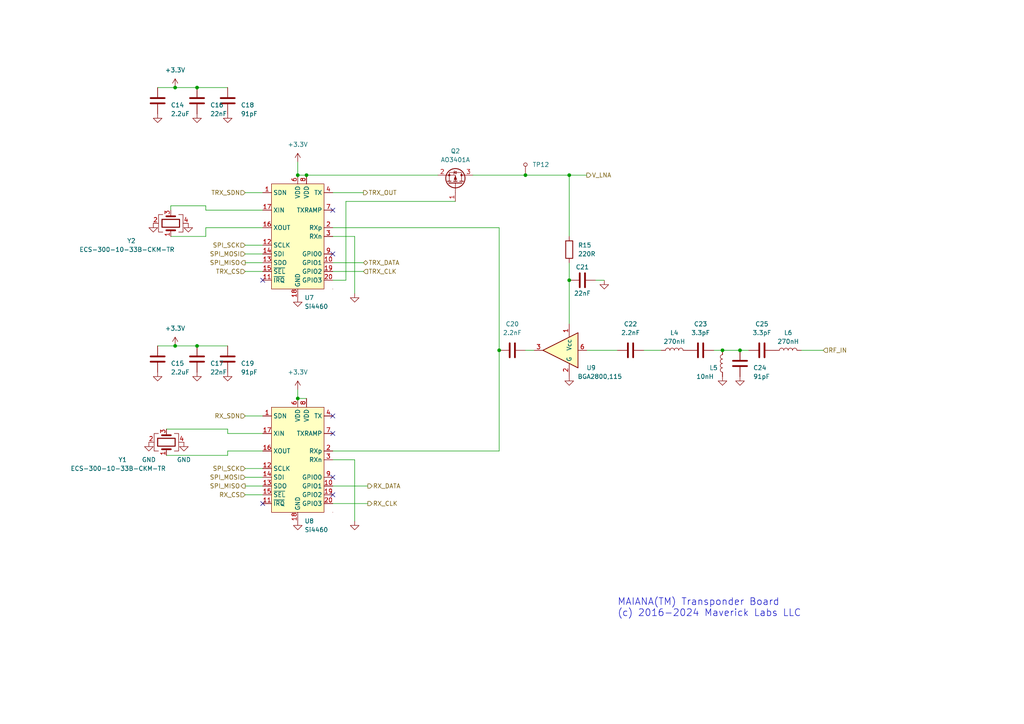
<source format=kicad_sch>
(kicad_sch
	(version 20231120)
	(generator "eeschema")
	(generator_version "8.0")
	(uuid "d9c3b659-958f-40de-9972-15f914034384")
	(paper "A4")
	(title_block
		(title "Receiver Chain")
		(date "2025-05-28")
		(rev "11.9.2")
		(company "GBC.ro")
	)
	(lib_symbols
		(symbol "Device:C"
			(pin_numbers hide)
			(pin_names
				(offset 0.254)
			)
			(exclude_from_sim no)
			(in_bom yes)
			(on_board yes)
			(property "Reference" "C"
				(at 0.635 2.54 0)
				(effects
					(font
						(size 1.27 1.27)
					)
					(justify left)
				)
			)
			(property "Value" "C"
				(at 0.635 -2.54 0)
				(effects
					(font
						(size 1.27 1.27)
					)
					(justify left)
				)
			)
			(property "Footprint" ""
				(at 0.9652 -3.81 0)
				(effects
					(font
						(size 1.27 1.27)
					)
					(hide yes)
				)
			)
			(property "Datasheet" "~"
				(at 0 0 0)
				(effects
					(font
						(size 1.27 1.27)
					)
					(hide yes)
				)
			)
			(property "Description" "Unpolarized capacitor"
				(at 0 0 0)
				(effects
					(font
						(size 1.27 1.27)
					)
					(hide yes)
				)
			)
			(property "ki_keywords" "cap capacitor"
				(at 0 0 0)
				(effects
					(font
						(size 1.27 1.27)
					)
					(hide yes)
				)
			)
			(property "ki_fp_filters" "C_*"
				(at 0 0 0)
				(effects
					(font
						(size 1.27 1.27)
					)
					(hide yes)
				)
			)
			(symbol "C_0_1"
				(polyline
					(pts
						(xy -2.032 -0.762) (xy 2.032 -0.762)
					)
					(stroke
						(width 0.508)
						(type default)
					)
					(fill
						(type none)
					)
				)
				(polyline
					(pts
						(xy -2.032 0.762) (xy 2.032 0.762)
					)
					(stroke
						(width 0.508)
						(type default)
					)
					(fill
						(type none)
					)
				)
			)
			(symbol "C_1_1"
				(pin passive line
					(at 0 3.81 270)
					(length 2.794)
					(name "~"
						(effects
							(font
								(size 1.27 1.27)
							)
						)
					)
					(number "1"
						(effects
							(font
								(size 1.27 1.27)
							)
						)
					)
				)
				(pin passive line
					(at 0 -3.81 90)
					(length 2.794)
					(name "~"
						(effects
							(font
								(size 1.27 1.27)
							)
						)
					)
					(number "2"
						(effects
							(font
								(size 1.27 1.27)
							)
						)
					)
				)
			)
		)
		(symbol "Device:Crystal_GND24"
			(pin_names
				(offset 1.016) hide)
			(exclude_from_sim no)
			(in_bom yes)
			(on_board yes)
			(property "Reference" "Y"
				(at 3.175 5.08 0)
				(effects
					(font
						(size 1.27 1.27)
					)
					(justify left)
				)
			)
			(property "Value" "Crystal_GND24"
				(at 3.175 3.175 0)
				(effects
					(font
						(size 1.27 1.27)
					)
					(justify left)
				)
			)
			(property "Footprint" ""
				(at 0 0 0)
				(effects
					(font
						(size 1.27 1.27)
					)
					(hide yes)
				)
			)
			(property "Datasheet" "~"
				(at 0 0 0)
				(effects
					(font
						(size 1.27 1.27)
					)
					(hide yes)
				)
			)
			(property "Description" "Four pin crystal, GND on pins 2 and 4"
				(at 0 0 0)
				(effects
					(font
						(size 1.27 1.27)
					)
					(hide yes)
				)
			)
			(property "ki_keywords" "quartz ceramic resonator oscillator"
				(at 0 0 0)
				(effects
					(font
						(size 1.27 1.27)
					)
					(hide yes)
				)
			)
			(property "ki_fp_filters" "Crystal*"
				(at 0 0 0)
				(effects
					(font
						(size 1.27 1.27)
					)
					(hide yes)
				)
			)
			(symbol "Crystal_GND24_0_1"
				(rectangle
					(start -1.143 2.54)
					(end 1.143 -2.54)
					(stroke
						(width 0.3048)
						(type default)
					)
					(fill
						(type none)
					)
				)
				(polyline
					(pts
						(xy -2.54 0) (xy -2.032 0)
					)
					(stroke
						(width 0)
						(type default)
					)
					(fill
						(type none)
					)
				)
				(polyline
					(pts
						(xy -2.032 -1.27) (xy -2.032 1.27)
					)
					(stroke
						(width 0.508)
						(type default)
					)
					(fill
						(type none)
					)
				)
				(polyline
					(pts
						(xy 0 -3.81) (xy 0 -3.556)
					)
					(stroke
						(width 0)
						(type default)
					)
					(fill
						(type none)
					)
				)
				(polyline
					(pts
						(xy 0 3.556) (xy 0 3.81)
					)
					(stroke
						(width 0)
						(type default)
					)
					(fill
						(type none)
					)
				)
				(polyline
					(pts
						(xy 2.032 -1.27) (xy 2.032 1.27)
					)
					(stroke
						(width 0.508)
						(type default)
					)
					(fill
						(type none)
					)
				)
				(polyline
					(pts
						(xy 2.032 0) (xy 2.54 0)
					)
					(stroke
						(width 0)
						(type default)
					)
					(fill
						(type none)
					)
				)
				(polyline
					(pts
						(xy -2.54 -2.286) (xy -2.54 -3.556) (xy 2.54 -3.556) (xy 2.54 -2.286)
					)
					(stroke
						(width 0)
						(type default)
					)
					(fill
						(type none)
					)
				)
				(polyline
					(pts
						(xy -2.54 2.286) (xy -2.54 3.556) (xy 2.54 3.556) (xy 2.54 2.286)
					)
					(stroke
						(width 0)
						(type default)
					)
					(fill
						(type none)
					)
				)
			)
			(symbol "Crystal_GND24_1_1"
				(pin passive line
					(at -3.81 0 0)
					(length 1.27)
					(name "1"
						(effects
							(font
								(size 1.27 1.27)
							)
						)
					)
					(number "1"
						(effects
							(font
								(size 1.27 1.27)
							)
						)
					)
				)
				(pin passive line
					(at 0 5.08 270)
					(length 1.27)
					(name "2"
						(effects
							(font
								(size 1.27 1.27)
							)
						)
					)
					(number "2"
						(effects
							(font
								(size 1.27 1.27)
							)
						)
					)
				)
				(pin passive line
					(at 3.81 0 180)
					(length 1.27)
					(name "3"
						(effects
							(font
								(size 1.27 1.27)
							)
						)
					)
					(number "3"
						(effects
							(font
								(size 1.27 1.27)
							)
						)
					)
				)
				(pin passive line
					(at 0 -5.08 90)
					(length 1.27)
					(name "4"
						(effects
							(font
								(size 1.27 1.27)
							)
						)
					)
					(number "4"
						(effects
							(font
								(size 1.27 1.27)
							)
						)
					)
				)
			)
		)
		(symbol "Device:L"
			(pin_numbers hide)
			(pin_names
				(offset 1.016) hide)
			(exclude_from_sim no)
			(in_bom yes)
			(on_board yes)
			(property "Reference" "L"
				(at -1.27 0 90)
				(effects
					(font
						(size 1.27 1.27)
					)
				)
			)
			(property "Value" "L"
				(at 1.905 0 90)
				(effects
					(font
						(size 1.27 1.27)
					)
				)
			)
			(property "Footprint" ""
				(at 0 0 0)
				(effects
					(font
						(size 1.27 1.27)
					)
					(hide yes)
				)
			)
			(property "Datasheet" "~"
				(at 0 0 0)
				(effects
					(font
						(size 1.27 1.27)
					)
					(hide yes)
				)
			)
			(property "Description" "Inductor"
				(at 0 0 0)
				(effects
					(font
						(size 1.27 1.27)
					)
					(hide yes)
				)
			)
			(property "ki_keywords" "inductor choke coil reactor magnetic"
				(at 0 0 0)
				(effects
					(font
						(size 1.27 1.27)
					)
					(hide yes)
				)
			)
			(property "ki_fp_filters" "Choke_* *Coil* Inductor_* L_*"
				(at 0 0 0)
				(effects
					(font
						(size 1.27 1.27)
					)
					(hide yes)
				)
			)
			(symbol "L_0_1"
				(arc
					(start 0 -2.54)
					(mid 0.6323 -1.905)
					(end 0 -1.27)
					(stroke
						(width 0)
						(type default)
					)
					(fill
						(type none)
					)
				)
				(arc
					(start 0 -1.27)
					(mid 0.6323 -0.635)
					(end 0 0)
					(stroke
						(width 0)
						(type default)
					)
					(fill
						(type none)
					)
				)
				(arc
					(start 0 0)
					(mid 0.6323 0.635)
					(end 0 1.27)
					(stroke
						(width 0)
						(type default)
					)
					(fill
						(type none)
					)
				)
				(arc
					(start 0 1.27)
					(mid 0.6323 1.905)
					(end 0 2.54)
					(stroke
						(width 0)
						(type default)
					)
					(fill
						(type none)
					)
				)
			)
			(symbol "L_1_1"
				(pin passive line
					(at 0 3.81 270)
					(length 1.27)
					(name "1"
						(effects
							(font
								(size 1.27 1.27)
							)
						)
					)
					(number "1"
						(effects
							(font
								(size 1.27 1.27)
							)
						)
					)
				)
				(pin passive line
					(at 0 -3.81 90)
					(length 1.27)
					(name "2"
						(effects
							(font
								(size 1.27 1.27)
							)
						)
					)
					(number "2"
						(effects
							(font
								(size 1.27 1.27)
							)
						)
					)
				)
			)
		)
		(symbol "Device:R"
			(pin_numbers hide)
			(pin_names
				(offset 0)
			)
			(exclude_from_sim no)
			(in_bom yes)
			(on_board yes)
			(property "Reference" "R"
				(at 2.032 0 90)
				(effects
					(font
						(size 1.27 1.27)
					)
				)
			)
			(property "Value" "R"
				(at 0 0 90)
				(effects
					(font
						(size 1.27 1.27)
					)
				)
			)
			(property "Footprint" ""
				(at -1.778 0 90)
				(effects
					(font
						(size 1.27 1.27)
					)
					(hide yes)
				)
			)
			(property "Datasheet" "~"
				(at 0 0 0)
				(effects
					(font
						(size 1.27 1.27)
					)
					(hide yes)
				)
			)
			(property "Description" "Resistor"
				(at 0 0 0)
				(effects
					(font
						(size 1.27 1.27)
					)
					(hide yes)
				)
			)
			(property "ki_keywords" "R res resistor"
				(at 0 0 0)
				(effects
					(font
						(size 1.27 1.27)
					)
					(hide yes)
				)
			)
			(property "ki_fp_filters" "R_*"
				(at 0 0 0)
				(effects
					(font
						(size 1.27 1.27)
					)
					(hide yes)
				)
			)
			(symbol "R_0_1"
				(rectangle
					(start -1.016 -2.54)
					(end 1.016 2.54)
					(stroke
						(width 0.254)
						(type default)
					)
					(fill
						(type none)
					)
				)
			)
			(symbol "R_1_1"
				(pin passive line
					(at 0 3.81 270)
					(length 1.27)
					(name "~"
						(effects
							(font
								(size 1.27 1.27)
							)
						)
					)
					(number "1"
						(effects
							(font
								(size 1.27 1.27)
							)
						)
					)
				)
				(pin passive line
					(at 0 -3.81 90)
					(length 1.27)
					(name "~"
						(effects
							(font
								(size 1.27 1.27)
							)
						)
					)
					(number "2"
						(effects
							(font
								(size 1.27 1.27)
							)
						)
					)
				)
			)
		)
		(symbol "RF:Si4460"
			(exclude_from_sim no)
			(in_bom yes)
			(on_board yes)
			(property "Reference" "U"
				(at -6.35 16.51 0)
				(effects
					(font
						(size 1.27 1.27)
					)
				)
			)
			(property "Value" "Si4460"
				(at 6.35 16.51 0)
				(effects
					(font
						(size 1.27 1.27)
					)
				)
			)
			(property "Footprint" "Package_DFN_QFN:QFN-20-1EP_4x4mm_P0.5mm_EP2.6x2.6mm_ThermalVias"
				(at 0 30.48 0)
				(effects
					(font
						(size 1.27 1.27)
					)
					(hide yes)
				)
			)
			(property "Datasheet" "https://www.silabs.com/documents/public/data-sheets/Si4464-63-61-60.pdf"
				(at -7.62 -2.54 0)
				(effects
					(font
						(size 1.27 1.27)
					)
					(hide yes)
				)
			)
			(property "Description" "High-Performance, Low-Current Sub-GHz Transceiver, +13dBm, Major bands 142-1050 MHz, QFN-20"
				(at 0 0 0)
				(effects
					(font
						(size 1.27 1.27)
					)
					(hide yes)
				)
			)
			(property "ki_keywords" "transceiver sub-ghz radio ism"
				(at 0 0 0)
				(effects
					(font
						(size 1.27 1.27)
					)
					(hide yes)
				)
			)
			(property "ki_fp_filters" "QFN*1EP*4x4mm*P0.5mm*"
				(at 0 0 0)
				(effects
					(font
						(size 1.27 1.27)
					)
					(hide yes)
				)
			)
			(symbol "Si4460_0_1"
				(rectangle
					(start -7.62 15.24)
					(end 7.62 -15.24)
					(stroke
						(width 0)
						(type default)
					)
					(fill
						(type background)
					)
				)
				(rectangle
					(start 10.16 -15.24)
					(end 10.16 -15.24)
					(stroke
						(width 0)
						(type default)
					)
					(fill
						(type none)
					)
				)
			)
			(symbol "Si4460_1_1"
				(pin input line
					(at -10.16 12.7 0)
					(length 2.54)
					(name "SDN"
						(effects
							(font
								(size 1.27 1.27)
							)
						)
					)
					(number "1"
						(effects
							(font
								(size 1.27 1.27)
							)
						)
					)
				)
				(pin bidirectional line
					(at 10.16 -7.62 180)
					(length 2.54)
					(name "GPIO1"
						(effects
							(font
								(size 1.27 1.27)
							)
						)
					)
					(number "10"
						(effects
							(font
								(size 1.27 1.27)
							)
						)
					)
				)
				(pin open_collector line
					(at -10.16 -12.7 0)
					(length 2.54)
					(name "~{IRQ}"
						(effects
							(font
								(size 1.27 1.27)
							)
						)
					)
					(number "11"
						(effects
							(font
								(size 1.27 1.27)
							)
						)
					)
				)
				(pin input line
					(at -10.16 -2.54 0)
					(length 2.54)
					(name "SCLK"
						(effects
							(font
								(size 1.27 1.27)
							)
						)
					)
					(number "12"
						(effects
							(font
								(size 1.27 1.27)
							)
						)
					)
				)
				(pin output line
					(at -10.16 -7.62 0)
					(length 2.54)
					(name "SDO"
						(effects
							(font
								(size 1.27 1.27)
							)
						)
					)
					(number "13"
						(effects
							(font
								(size 1.27 1.27)
							)
						)
					)
				)
				(pin input line
					(at -10.16 -5.08 0)
					(length 2.54)
					(name "SDI"
						(effects
							(font
								(size 1.27 1.27)
							)
						)
					)
					(number "14"
						(effects
							(font
								(size 1.27 1.27)
							)
						)
					)
				)
				(pin input line
					(at -10.16 -10.16 0)
					(length 2.54)
					(name "~{SEL}"
						(effects
							(font
								(size 1.27 1.27)
							)
						)
					)
					(number "15"
						(effects
							(font
								(size 1.27 1.27)
							)
						)
					)
				)
				(pin passive line
					(at -10.16 2.54 0)
					(length 2.54)
					(name "XOUT"
						(effects
							(font
								(size 1.27 1.27)
							)
						)
					)
					(number "16"
						(effects
							(font
								(size 1.27 1.27)
							)
						)
					)
				)
				(pin input line
					(at -10.16 7.62 0)
					(length 2.54)
					(name "XIN"
						(effects
							(font
								(size 1.27 1.27)
							)
						)
					)
					(number "17"
						(effects
							(font
								(size 1.27 1.27)
							)
						)
					)
				)
				(pin power_in line
					(at 0 -17.78 90)
					(length 2.54)
					(name "GND"
						(effects
							(font
								(size 1.27 1.27)
							)
						)
					)
					(number "18"
						(effects
							(font
								(size 1.27 1.27)
							)
						)
					)
				)
				(pin bidirectional line
					(at 10.16 -10.16 180)
					(length 2.54)
					(name "GPIO2"
						(effects
							(font
								(size 1.27 1.27)
							)
						)
					)
					(number "19"
						(effects
							(font
								(size 1.27 1.27)
							)
						)
					)
				)
				(pin input line
					(at 10.16 2.54 180)
					(length 2.54)
					(name "RXp"
						(effects
							(font
								(size 1.27 1.27)
							)
						)
					)
					(number "2"
						(effects
							(font
								(size 1.27 1.27)
							)
						)
					)
				)
				(pin bidirectional line
					(at 10.16 -12.7 180)
					(length 2.54)
					(name "GPIO3"
						(effects
							(font
								(size 1.27 1.27)
							)
						)
					)
					(number "20"
						(effects
							(font
								(size 1.27 1.27)
							)
						)
					)
				)
				(pin passive line
					(at 0 -17.78 90)
					(length 2.54) hide
					(name "GND"
						(effects
							(font
								(size 1.27 1.27)
							)
						)
					)
					(number "21"
						(effects
							(font
								(size 1.27 1.27)
							)
						)
					)
				)
				(pin input line
					(at 10.16 0 180)
					(length 2.54)
					(name "RXn"
						(effects
							(font
								(size 1.27 1.27)
							)
						)
					)
					(number "3"
						(effects
							(font
								(size 1.27 1.27)
							)
						)
					)
				)
				(pin output line
					(at 10.16 12.7 180)
					(length 2.54)
					(name "TX"
						(effects
							(font
								(size 1.27 1.27)
							)
						)
					)
					(number "4"
						(effects
							(font
								(size 1.27 1.27)
							)
						)
					)
				)
				(pin no_connect line
					(at 7.62 -15.24 180)
					(length 2.54) hide
					(name "NC"
						(effects
							(font
								(size 1.27 1.27)
							)
						)
					)
					(number "5"
						(effects
							(font
								(size 1.27 1.27)
							)
						)
					)
				)
				(pin power_in line
					(at 0 17.78 270)
					(length 2.54)
					(name "VDD"
						(effects
							(font
								(size 1.27 1.27)
							)
						)
					)
					(number "6"
						(effects
							(font
								(size 1.27 1.27)
							)
						)
					)
				)
				(pin output line
					(at 10.16 7.62 180)
					(length 2.54)
					(name "TXRAMP"
						(effects
							(font
								(size 1.27 1.27)
							)
						)
					)
					(number "7"
						(effects
							(font
								(size 1.27 1.27)
							)
						)
					)
				)
				(pin power_in line
					(at 2.54 17.78 270)
					(length 2.54)
					(name "VDD"
						(effects
							(font
								(size 1.27 1.27)
							)
						)
					)
					(number "8"
						(effects
							(font
								(size 1.27 1.27)
							)
						)
					)
				)
				(pin bidirectional line
					(at 10.16 -5.08 180)
					(length 2.54)
					(name "GPIO0"
						(effects
							(font
								(size 1.27 1.27)
							)
						)
					)
					(number "9"
						(effects
							(font
								(size 1.27 1.27)
							)
						)
					)
				)
			)
		)
		(symbol "RF_Amplifier:BGA2800"
			(exclude_from_sim no)
			(in_bom yes)
			(on_board yes)
			(property "Reference" "U"
				(at 2.54 6.35 0)
				(effects
					(font
						(size 1.27 1.27)
					)
				)
			)
			(property "Value" "BGA2800"
				(at 3.81 3.81 0)
				(effects
					(font
						(size 1.27 1.27)
					)
				)
			)
			(property "Footprint" "Package_TO_SOT_SMD:SOT-363_SC-70-6"
				(at -1.27 -16.51 0)
				(effects
					(font
						(size 1.27 1.27)
					)
					(hide yes)
				)
			)
			(property "Datasheet" "https://www.nxp.com/docs/en/data-sheet/BGA2800.pdf"
				(at 0 0 0)
				(effects
					(font
						(size 1.27 1.27)
					)
					(hide yes)
				)
			)
			(property "Description" "MMIC wideband amplifier, DC-2.2GHz, +20.2dB @ 2150MHz, 3.3V, SOT-363"
				(at 0 0 0)
				(effects
					(font
						(size 1.27 1.27)
					)
					(hide yes)
				)
			)
			(property "ki_keywords" "RF GAIN BLOCK"
				(at 0 0 0)
				(effects
					(font
						(size 1.27 1.27)
					)
					(hide yes)
				)
			)
			(property "ki_fp_filters" "SOT*363*"
				(at 0 0 0)
				(effects
					(font
						(size 1.27 1.27)
					)
					(hide yes)
				)
			)
			(symbol "BGA2800_0_1"
				(polyline
					(pts
						(xy 5.08 0) (xy -5.08 5.08) (xy -5.08 -5.08) (xy 5.08 0)
					)
					(stroke
						(width 0.254)
						(type default)
					)
					(fill
						(type background)
					)
				)
			)
			(symbol "BGA2800_1_1"
				(pin power_in line
					(at -2.54 7.62 270)
					(length 3.81)
					(name "Vcc"
						(effects
							(font
								(size 1.27 1.27)
							)
						)
					)
					(number "1"
						(effects
							(font
								(size 1.27 1.27)
							)
						)
					)
				)
				(pin power_in line
					(at -2.54 -7.62 90)
					(length 3.81)
					(name "G"
						(effects
							(font
								(size 1.27 1.27)
							)
						)
					)
					(number "2"
						(effects
							(font
								(size 1.27 1.27)
							)
						)
					)
				)
				(pin output line
					(at 7.62 0 180)
					(length 2.54)
					(name "~"
						(effects
							(font
								(size 1.27 1.27)
							)
						)
					)
					(number "3"
						(effects
							(font
								(size 1.27 1.27)
							)
						)
					)
				)
				(pin passive line
					(at -2.54 -7.62 90)
					(length 3.81) hide
					(name "G"
						(effects
							(font
								(size 1.27 1.27)
							)
						)
					)
					(number "4"
						(effects
							(font
								(size 1.27 1.27)
							)
						)
					)
				)
				(pin passive line
					(at -2.54 -7.62 90)
					(length 3.81) hide
					(name "G"
						(effects
							(font
								(size 1.27 1.27)
							)
						)
					)
					(number "5"
						(effects
							(font
								(size 1.27 1.27)
							)
						)
					)
				)
				(pin input line
					(at -7.62 0 0)
					(length 2.54)
					(name "~"
						(effects
							(font
								(size 1.27 1.27)
							)
						)
					)
					(number "6"
						(effects
							(font
								(size 1.27 1.27)
							)
						)
					)
				)
			)
		)
		(symbol "TestPads:TestPad-D1.2mm"
			(exclude_from_sim no)
			(in_bom yes)
			(on_board yes)
			(property "Reference" "TP"
				(at 1.27 4.826 0)
				(effects
					(font
						(size 1.27 1.27)
					)
				)
			)
			(property "Value" ""
				(at 0 0 0)
				(effects
					(font
						(size 1.27 1.27)
					)
				)
			)
			(property "Footprint" "TestPads:TP_1.2MM"
				(at 0 0 0)
				(effects
					(font
						(size 1.27 1.27)
					)
					(hide yes)
				)
			)
			(property "Datasheet" ""
				(at 0 0 0)
				(effects
					(font
						(size 1.27 1.27)
					)
					(hide yes)
				)
			)
			(property "Description" ""
				(at 0 0 0)
				(effects
					(font
						(size 1.27 1.27)
					)
					(hide yes)
				)
			)
			(symbol "TestPad-D1.2mm_0_1"
				(circle
					(center 0 3.048)
					(radius 0.508)
					(stroke
						(width 0)
						(type default)
					)
					(fill
						(type none)
					)
				)
			)
			(symbol "TestPad-D1.2mm_1_1"
				(pin passive line
					(at 0 0 90)
					(length 2.54)
					(name "P"
						(effects
							(font
								(size 0 0)
							)
						)
					)
					(number "1"
						(effects
							(font
								(size 0 0)
							)
						)
					)
				)
			)
		)
		(symbol "Transistor_FET:AO3401A"
			(pin_names hide)
			(exclude_from_sim no)
			(in_bom yes)
			(on_board yes)
			(property "Reference" "Q"
				(at 5.08 1.905 0)
				(effects
					(font
						(size 1.27 1.27)
					)
					(justify left)
				)
			)
			(property "Value" "AO3401A"
				(at 5.08 0 0)
				(effects
					(font
						(size 1.27 1.27)
					)
					(justify left)
				)
			)
			(property "Footprint" "Package_TO_SOT_SMD:SOT-23"
				(at 5.08 -1.905 0)
				(effects
					(font
						(size 1.27 1.27)
						(italic yes)
					)
					(justify left)
					(hide yes)
				)
			)
			(property "Datasheet" "http://www.aosmd.com/pdfs/datasheet/AO3401A.pdf"
				(at 0 0 0)
				(effects
					(font
						(size 1.27 1.27)
					)
					(justify left)
					(hide yes)
				)
			)
			(property "Description" "-4.0A Id, -30V Vds, P-Channel MOSFET, SOT-23"
				(at 0 0 0)
				(effects
					(font
						(size 1.27 1.27)
					)
					(hide yes)
				)
			)
			(property "ki_keywords" "P-Channel MOSFET"
				(at 0 0 0)
				(effects
					(font
						(size 1.27 1.27)
					)
					(hide yes)
				)
			)
			(property "ki_fp_filters" "SOT?23*"
				(at 0 0 0)
				(effects
					(font
						(size 1.27 1.27)
					)
					(hide yes)
				)
			)
			(symbol "AO3401A_0_1"
				(polyline
					(pts
						(xy 0.254 0) (xy -2.54 0)
					)
					(stroke
						(width 0)
						(type default)
					)
					(fill
						(type none)
					)
				)
				(polyline
					(pts
						(xy 0.254 1.905) (xy 0.254 -1.905)
					)
					(stroke
						(width 0.254)
						(type default)
					)
					(fill
						(type none)
					)
				)
				(polyline
					(pts
						(xy 0.762 -1.27) (xy 0.762 -2.286)
					)
					(stroke
						(width 0.254)
						(type default)
					)
					(fill
						(type none)
					)
				)
				(polyline
					(pts
						(xy 0.762 0.508) (xy 0.762 -0.508)
					)
					(stroke
						(width 0.254)
						(type default)
					)
					(fill
						(type none)
					)
				)
				(polyline
					(pts
						(xy 0.762 2.286) (xy 0.762 1.27)
					)
					(stroke
						(width 0.254)
						(type default)
					)
					(fill
						(type none)
					)
				)
				(polyline
					(pts
						(xy 2.54 2.54) (xy 2.54 1.778)
					)
					(stroke
						(width 0)
						(type default)
					)
					(fill
						(type none)
					)
				)
				(polyline
					(pts
						(xy 2.54 -2.54) (xy 2.54 0) (xy 0.762 0)
					)
					(stroke
						(width 0)
						(type default)
					)
					(fill
						(type none)
					)
				)
				(polyline
					(pts
						(xy 0.762 1.778) (xy 3.302 1.778) (xy 3.302 -1.778) (xy 0.762 -1.778)
					)
					(stroke
						(width 0)
						(type default)
					)
					(fill
						(type none)
					)
				)
				(polyline
					(pts
						(xy 2.286 0) (xy 1.27 0.381) (xy 1.27 -0.381) (xy 2.286 0)
					)
					(stroke
						(width 0)
						(type default)
					)
					(fill
						(type outline)
					)
				)
				(polyline
					(pts
						(xy 2.794 -0.508) (xy 2.921 -0.381) (xy 3.683 -0.381) (xy 3.81 -0.254)
					)
					(stroke
						(width 0)
						(type default)
					)
					(fill
						(type none)
					)
				)
				(polyline
					(pts
						(xy 3.302 -0.381) (xy 2.921 0.254) (xy 3.683 0.254) (xy 3.302 -0.381)
					)
					(stroke
						(width 0)
						(type default)
					)
					(fill
						(type none)
					)
				)
				(circle
					(center 1.651 0)
					(radius 2.794)
					(stroke
						(width 0.254)
						(type default)
					)
					(fill
						(type none)
					)
				)
				(circle
					(center 2.54 -1.778)
					(radius 0.254)
					(stroke
						(width 0)
						(type default)
					)
					(fill
						(type outline)
					)
				)
				(circle
					(center 2.54 1.778)
					(radius 0.254)
					(stroke
						(width 0)
						(type default)
					)
					(fill
						(type outline)
					)
				)
			)
			(symbol "AO3401A_1_1"
				(pin input line
					(at -5.08 0 0)
					(length 2.54)
					(name "G"
						(effects
							(font
								(size 1.27 1.27)
							)
						)
					)
					(number "1"
						(effects
							(font
								(size 1.27 1.27)
							)
						)
					)
				)
				(pin passive line
					(at 2.54 -5.08 90)
					(length 2.54)
					(name "S"
						(effects
							(font
								(size 1.27 1.27)
							)
						)
					)
					(number "2"
						(effects
							(font
								(size 1.27 1.27)
							)
						)
					)
				)
				(pin passive line
					(at 2.54 5.08 270)
					(length 2.54)
					(name "D"
						(effects
							(font
								(size 1.27 1.27)
							)
						)
					)
					(number "3"
						(effects
							(font
								(size 1.27 1.27)
							)
						)
					)
				)
			)
		)
		(symbol "power:+3.3V"
			(power)
			(pin_names
				(offset 0)
			)
			(exclude_from_sim no)
			(in_bom yes)
			(on_board yes)
			(property "Reference" "#PWR"
				(at 0 -3.81 0)
				(effects
					(font
						(size 1.27 1.27)
					)
					(hide yes)
				)
			)
			(property "Value" "+3.3V"
				(at 0 3.556 0)
				(effects
					(font
						(size 1.27 1.27)
					)
				)
			)
			(property "Footprint" ""
				(at 0 0 0)
				(effects
					(font
						(size 1.27 1.27)
					)
					(hide yes)
				)
			)
			(property "Datasheet" ""
				(at 0 0 0)
				(effects
					(font
						(size 1.27 1.27)
					)
					(hide yes)
				)
			)
			(property "Description" "Power symbol creates a global label with name \"+3.3V\""
				(at 0 0 0)
				(effects
					(font
						(size 1.27 1.27)
					)
					(hide yes)
				)
			)
			(property "ki_keywords" "global power"
				(at 0 0 0)
				(effects
					(font
						(size 1.27 1.27)
					)
					(hide yes)
				)
			)
			(symbol "+3.3V_0_1"
				(polyline
					(pts
						(xy -0.762 1.27) (xy 0 2.54)
					)
					(stroke
						(width 0)
						(type default)
					)
					(fill
						(type none)
					)
				)
				(polyline
					(pts
						(xy 0 0) (xy 0 2.54)
					)
					(stroke
						(width 0)
						(type default)
					)
					(fill
						(type none)
					)
				)
				(polyline
					(pts
						(xy 0 2.54) (xy 0.762 1.27)
					)
					(stroke
						(width 0)
						(type default)
					)
					(fill
						(type none)
					)
				)
			)
			(symbol "+3.3V_1_1"
				(pin power_in line
					(at 0 0 90)
					(length 0) hide
					(name "+3.3V"
						(effects
							(font
								(size 1.27 1.27)
							)
						)
					)
					(number "1"
						(effects
							(font
								(size 1.27 1.27)
							)
						)
					)
				)
			)
		)
		(symbol "power:GND"
			(power)
			(pin_names
				(offset 0)
			)
			(exclude_from_sim no)
			(in_bom yes)
			(on_board yes)
			(property "Reference" "#PWR"
				(at 0 -6.35 0)
				(effects
					(font
						(size 1.27 1.27)
					)
					(hide yes)
				)
			)
			(property "Value" "GND"
				(at 0 -3.81 0)
				(effects
					(font
						(size 1.27 1.27)
					)
				)
			)
			(property "Footprint" ""
				(at 0 0 0)
				(effects
					(font
						(size 1.27 1.27)
					)
					(hide yes)
				)
			)
			(property "Datasheet" ""
				(at 0 0 0)
				(effects
					(font
						(size 1.27 1.27)
					)
					(hide yes)
				)
			)
			(property "Description" "Power symbol creates a global label with name \"GND\" , ground"
				(at 0 0 0)
				(effects
					(font
						(size 1.27 1.27)
					)
					(hide yes)
				)
			)
			(property "ki_keywords" "global power"
				(at 0 0 0)
				(effects
					(font
						(size 1.27 1.27)
					)
					(hide yes)
				)
			)
			(symbol "GND_0_1"
				(polyline
					(pts
						(xy 0 0) (xy 0 -1.27) (xy 1.27 -1.27) (xy 0 -2.54) (xy -1.27 -1.27) (xy 0 -1.27)
					)
					(stroke
						(width 0)
						(type default)
					)
					(fill
						(type none)
					)
				)
			)
			(symbol "GND_1_1"
				(pin power_in line
					(at 0 0 270)
					(length 0) hide
					(name "GND"
						(effects
							(font
								(size 1.27 1.27)
							)
						)
					)
					(number "1"
						(effects
							(font
								(size 1.27 1.27)
							)
						)
					)
				)
			)
		)
	)
	(junction
		(at 165.1 50.8)
		(diameter 0)
		(color 0 0 0 0)
		(uuid "218dbaae-ca0d-4ccb-adfb-08041e7a1ed6")
	)
	(junction
		(at 50.8 100.33)
		(diameter 0)
		(color 0 0 0 0)
		(uuid "28db8db8-e19c-44fd-b316-e52fa3a7ee86")
	)
	(junction
		(at 88.9 50.8)
		(diameter 0)
		(color 0 0 0 0)
		(uuid "471f8644-a69d-4770-ad87-98493179e402")
	)
	(junction
		(at 152.4 50.8)
		(diameter 0)
		(color 0 0 0 0)
		(uuid "48236ca5-a1f8-4e39-8d23-b558edddac4c")
	)
	(junction
		(at 165.1 81.28)
		(diameter 0)
		(color 0 0 0 0)
		(uuid "51402278-c377-4250-9dbb-90a9db79bc55")
	)
	(junction
		(at 209.55 101.6)
		(diameter 0)
		(color 0 0 0 0)
		(uuid "705ec33a-ce49-49a1-a622-b8aabe9c3b32")
	)
	(junction
		(at 86.36 115.57)
		(diameter 0)
		(color 0 0 0 0)
		(uuid "84fc062f-7e47-46b0-a998-e6c9ed99b0c3")
	)
	(junction
		(at 214.63 101.6)
		(diameter 0)
		(color 0 0 0 0)
		(uuid "85aa2645-1d0b-41c8-9192-31403d711e4c")
	)
	(junction
		(at 57.15 100.33)
		(diameter 0)
		(color 0 0 0 0)
		(uuid "98d78a5e-f7c0-48e2-8913-822b24413d0d")
	)
	(junction
		(at 57.15 25.4)
		(diameter 0)
		(color 0 0 0 0)
		(uuid "9ff89607-31ce-4f68-91be-8b41d36fe03b")
	)
	(junction
		(at 50.8 25.4)
		(diameter 0)
		(color 0 0 0 0)
		(uuid "ae622e33-c4ce-4ab2-9588-307e15b6ba1c")
	)
	(junction
		(at 86.36 50.8)
		(diameter 0)
		(color 0 0 0 0)
		(uuid "bcec8db1-975b-47d8-b474-c00dc35d237f")
	)
	(junction
		(at 144.78 101.6)
		(diameter 0)
		(color 0 0 0 0)
		(uuid "c4253fce-1fec-4ed1-b806-d24d2c433b25")
	)
	(no_connect
		(at 96.52 120.65)
		(uuid "11da6a12-ab01-4711-967d-f6207a1c95df")
	)
	(no_connect
		(at 96.52 143.51)
		(uuid "7c534493-60a5-4cd5-b89e-c89e5c8454f0")
	)
	(no_connect
		(at 76.2 81.28)
		(uuid "88c3502e-7baa-4574-b8ee-a6cac5d2a3d2")
	)
	(no_connect
		(at 96.52 125.73)
		(uuid "9dbd164b-90d3-4fc8-83dc-9bdb19039126")
	)
	(no_connect
		(at 96.52 73.66)
		(uuid "a95b7c97-e41b-41cb-8028-d1390f49a3b5")
	)
	(no_connect
		(at 96.52 60.96)
		(uuid "b8db857c-0c3b-45f6-b23c-a3d471d6de0f")
	)
	(no_connect
		(at 96.52 138.43)
		(uuid "db57d5e0-6bb4-409b-9ccc-210515d94004")
	)
	(no_connect
		(at 76.2 146.05)
		(uuid "db8ae855-bd16-46ae-b0a7-ed6a6d7ffa30")
	)
	(wire
		(pts
			(xy 165.1 50.8) (xy 165.1 68.58)
		)
		(stroke
			(width 0)
			(type default)
		)
		(uuid "07b186bc-0414-4fc9-b192-8121a987c3a4")
	)
	(wire
		(pts
			(xy 102.87 133.35) (xy 102.87 151.13)
		)
		(stroke
			(width 0)
			(type default)
		)
		(uuid "0d18d3f7-6fc8-4266-8bee-59921bb3ab62")
	)
	(wire
		(pts
			(xy 102.87 68.58) (xy 102.87 85.09)
		)
		(stroke
			(width 0)
			(type default)
		)
		(uuid "10199098-55d5-4e8d-8802-2f9109799d70")
	)
	(wire
		(pts
			(xy 88.9 50.8) (xy 127 50.8)
		)
		(stroke
			(width 0)
			(type default)
		)
		(uuid "1255811e-e913-4c45-a79a-3392ec9221e2")
	)
	(wire
		(pts
			(xy 66.04 124.46) (xy 66.04 125.73)
		)
		(stroke
			(width 0)
			(type default)
		)
		(uuid "12b980cf-00ee-4d03-8081-5835f4a6052f")
	)
	(wire
		(pts
			(xy 86.36 50.8) (xy 88.9 50.8)
		)
		(stroke
			(width 0)
			(type default)
		)
		(uuid "13116786-8a8f-4c78-a455-665407533873")
	)
	(wire
		(pts
			(xy 71.12 135.89) (xy 76.2 135.89)
		)
		(stroke
			(width 0)
			(type default)
		)
		(uuid "17f0c5cc-f6dc-4db5-9d61-03cbc894144a")
	)
	(wire
		(pts
			(xy 144.78 66.04) (xy 144.78 101.6)
		)
		(stroke
			(width 0)
			(type default)
		)
		(uuid "1af26bc5-ea38-4dc2-8f56-da42e9c60930")
	)
	(wire
		(pts
			(xy 137.16 50.8) (xy 152.4 50.8)
		)
		(stroke
			(width 0)
			(type default)
		)
		(uuid "1c2c94dc-83cf-46be-9e83-d25b260744c4")
	)
	(wire
		(pts
			(xy 214.63 101.6) (xy 217.17 101.6)
		)
		(stroke
			(width 0)
			(type default)
		)
		(uuid "1cb78477-50bf-498e-a780-270c6e3c1ed1")
	)
	(wire
		(pts
			(xy 96.52 76.2) (xy 105.41 76.2)
		)
		(stroke
			(width 0)
			(type default)
		)
		(uuid "24545b9f-a689-4f5b-8b15-7d7f16111aae")
	)
	(wire
		(pts
			(xy 96.52 66.04) (xy 144.78 66.04)
		)
		(stroke
			(width 0)
			(type default)
		)
		(uuid "2568435b-0abf-4d20-bfcb-93cbe9775910")
	)
	(wire
		(pts
			(xy 71.12 140.97) (xy 76.2 140.97)
		)
		(stroke
			(width 0)
			(type default)
		)
		(uuid "2581bdd0-0dc5-41c5-aa14-63b25bf28dc6")
	)
	(wire
		(pts
			(xy 71.12 120.65) (xy 76.2 120.65)
		)
		(stroke
			(width 0)
			(type default)
		)
		(uuid "2e77f75f-1f68-4bfb-9eb2-93897e2f2e7e")
	)
	(wire
		(pts
			(xy 86.36 46.99) (xy 86.36 50.8)
		)
		(stroke
			(width 0)
			(type default)
		)
		(uuid "39b18135-550d-4c4c-a638-7d356b0c9046")
	)
	(wire
		(pts
			(xy 66.04 130.81) (xy 76.2 130.81)
		)
		(stroke
			(width 0)
			(type default)
		)
		(uuid "3aee870b-fe75-4d9d-b0f9-4cd9d8f97a3f")
	)
	(wire
		(pts
			(xy 207.01 101.6) (xy 209.55 101.6)
		)
		(stroke
			(width 0)
			(type default)
		)
		(uuid "3eef956a-29b7-41d4-99af-27621bd9c0dd")
	)
	(wire
		(pts
			(xy 186.69 101.6) (xy 191.77 101.6)
		)
		(stroke
			(width 0)
			(type default)
		)
		(uuid "40bab69c-166b-4593-914e-c1a4ffb68606")
	)
	(wire
		(pts
			(xy 144.78 101.6) (xy 144.78 130.81)
		)
		(stroke
			(width 0)
			(type default)
		)
		(uuid "40fad6df-af3f-4992-825a-93ce9a4767ef")
	)
	(wire
		(pts
			(xy 96.52 68.58) (xy 102.87 68.58)
		)
		(stroke
			(width 0)
			(type default)
		)
		(uuid "44ecec85-78a1-48da-a7e1-e66acacb2429")
	)
	(wire
		(pts
			(xy 165.1 81.28) (xy 165.1 93.98)
		)
		(stroke
			(width 0)
			(type default)
		)
		(uuid "4a2acd9b-b757-4e70-94ac-0f9c7eed54ac")
	)
	(wire
		(pts
			(xy 71.12 138.43) (xy 76.2 138.43)
		)
		(stroke
			(width 0)
			(type default)
		)
		(uuid "549890e3-5599-46d0-aebd-64de35c9ff2e")
	)
	(wire
		(pts
			(xy 232.41 101.6) (xy 238.76 101.6)
		)
		(stroke
			(width 0)
			(type default)
		)
		(uuid "5dd038ab-87cd-4196-b310-45b9a7d20dc1")
	)
	(wire
		(pts
			(xy 59.69 66.04) (xy 76.2 66.04)
		)
		(stroke
			(width 0)
			(type default)
		)
		(uuid "615e673d-e55e-4916-b52e-22943d863add")
	)
	(wire
		(pts
			(xy 71.12 55.88) (xy 76.2 55.88)
		)
		(stroke
			(width 0)
			(type default)
		)
		(uuid "63abd70d-50d7-4254-88cd-a1b029f335ae")
	)
	(wire
		(pts
			(xy 45.72 25.4) (xy 50.8 25.4)
		)
		(stroke
			(width 0)
			(type default)
		)
		(uuid "664d248b-e786-415d-a0fc-36dedbeb5f71")
	)
	(wire
		(pts
			(xy 86.36 115.57) (xy 88.9 115.57)
		)
		(stroke
			(width 0)
			(type default)
		)
		(uuid "69dea28b-4ca4-45b0-8bc8-c60efd6d1492")
	)
	(wire
		(pts
			(xy 71.12 78.74) (xy 76.2 78.74)
		)
		(stroke
			(width 0)
			(type default)
		)
		(uuid "6a6265e5-a52b-47f7-9b67-3e0a12eaf08d")
	)
	(wire
		(pts
			(xy 49.53 59.69) (xy 59.69 59.69)
		)
		(stroke
			(width 0)
			(type default)
		)
		(uuid "6dbbaf50-632f-4753-9294-a2912357aafb")
	)
	(wire
		(pts
			(xy 132.08 58.42) (xy 100.33 58.42)
		)
		(stroke
			(width 0)
			(type default)
		)
		(uuid "721afef6-1b42-4ee1-8771-41cf8499d424")
	)
	(wire
		(pts
			(xy 152.4 50.8) (xy 165.1 50.8)
		)
		(stroke
			(width 0)
			(type default)
		)
		(uuid "774b315d-439c-429e-ada7-27320211c0f7")
	)
	(wire
		(pts
			(xy 172.72 81.28) (xy 175.26 81.28)
		)
		(stroke
			(width 0)
			(type default)
		)
		(uuid "7766da3a-06dd-4147-92e3-7fd424639190")
	)
	(wire
		(pts
			(xy 50.8 100.33) (xy 57.15 100.33)
		)
		(stroke
			(width 0)
			(type default)
		)
		(uuid "7c1760b2-892d-4f6a-85b3-492cd81446a9")
	)
	(wire
		(pts
			(xy 57.15 25.4) (xy 66.04 25.4)
		)
		(stroke
			(width 0)
			(type default)
		)
		(uuid "7ff65b45-945d-474c-a874-2a4cc7948440")
	)
	(wire
		(pts
			(xy 71.12 71.12) (xy 76.2 71.12)
		)
		(stroke
			(width 0)
			(type default)
		)
		(uuid "80aeb1cd-7ef5-4670-b2d6-6e88945dcc83")
	)
	(wire
		(pts
			(xy 57.15 100.33) (xy 66.04 100.33)
		)
		(stroke
			(width 0)
			(type default)
		)
		(uuid "90c6895b-dfc2-49b5-9338-d4a531553a78")
	)
	(wire
		(pts
			(xy 86.36 113.03) (xy 86.36 115.57)
		)
		(stroke
			(width 0)
			(type default)
		)
		(uuid "98c27c4d-abae-4725-89ea-d5e7be14d7db")
	)
	(wire
		(pts
			(xy 96.52 146.05) (xy 106.68 146.05)
		)
		(stroke
			(width 0)
			(type default)
		)
		(uuid "9b714685-a331-443d-a01b-5b91457bf020")
	)
	(wire
		(pts
			(xy 48.26 132.08) (xy 66.04 132.08)
		)
		(stroke
			(width 0)
			(type default)
		)
		(uuid "9e68cf73-2fcc-426d-8380-84bd6ef15461")
	)
	(wire
		(pts
			(xy 59.69 60.96) (xy 76.2 60.96)
		)
		(stroke
			(width 0)
			(type default)
		)
		(uuid "9e7fb735-5443-4b52-89a3-1bf2de9cf5ec")
	)
	(wire
		(pts
			(xy 96.52 81.28) (xy 100.33 81.28)
		)
		(stroke
			(width 0)
			(type default)
		)
		(uuid "a12874a2-6a8e-4054-a8ce-5f0a57b9548d")
	)
	(wire
		(pts
			(xy 59.69 66.04) (xy 59.69 68.58)
		)
		(stroke
			(width 0)
			(type default)
		)
		(uuid "a545a6e3-a420-410c-8e9d-8a6f0753ff53")
	)
	(wire
		(pts
			(xy 66.04 132.08) (xy 66.04 130.81)
		)
		(stroke
			(width 0)
			(type default)
		)
		(uuid "a7d7c2b8-92b5-4596-a1a0-b5ffbd1c36c8")
	)
	(wire
		(pts
			(xy 66.04 125.73) (xy 76.2 125.73)
		)
		(stroke
			(width 0)
			(type default)
		)
		(uuid "a923313b-51d6-46f7-825b-4a0d9cf11b6d")
	)
	(wire
		(pts
			(xy 96.52 55.88) (xy 105.41 55.88)
		)
		(stroke
			(width 0)
			(type default)
		)
		(uuid "a96a2de3-8ded-4c2c-ae4b-e5e6411049d4")
	)
	(wire
		(pts
			(xy 100.33 58.42) (xy 100.33 81.28)
		)
		(stroke
			(width 0)
			(type default)
		)
		(uuid "b47c4ef1-2434-45d0-9e6f-1aa598e4c98b")
	)
	(wire
		(pts
			(xy 165.1 50.8) (xy 170.18 50.8)
		)
		(stroke
			(width 0)
			(type default)
		)
		(uuid "b63e15c6-7133-472f-8620-9938440f920b")
	)
	(wire
		(pts
			(xy 49.53 68.58) (xy 59.69 68.58)
		)
		(stroke
			(width 0)
			(type default)
		)
		(uuid "b79e36dc-cece-4364-9ec2-8365f48be529")
	)
	(wire
		(pts
			(xy 71.12 76.2) (xy 76.2 76.2)
		)
		(stroke
			(width 0)
			(type default)
		)
		(uuid "c5b5ea5c-c175-43cd-88b4-5df5ebf2144c")
	)
	(wire
		(pts
			(xy 59.69 59.69) (xy 59.69 60.96)
		)
		(stroke
			(width 0)
			(type default)
		)
		(uuid "c5e551c4-00c7-4c2e-b84e-b0d331c7e593")
	)
	(wire
		(pts
			(xy 152.4 101.6) (xy 154.94 101.6)
		)
		(stroke
			(width 0)
			(type default)
		)
		(uuid "c75d1315-42a0-48e3-a9d6-2e83a94b1375")
	)
	(wire
		(pts
			(xy 71.12 73.66) (xy 76.2 73.66)
		)
		(stroke
			(width 0)
			(type default)
		)
		(uuid "c86a3cad-694f-41ea-ba4f-d5fd18f1f362")
	)
	(wire
		(pts
			(xy 209.55 101.6) (xy 214.63 101.6)
		)
		(stroke
			(width 0)
			(type default)
		)
		(uuid "ca96a10b-4e8e-40ca-ba96-7666e229a464")
	)
	(wire
		(pts
			(xy 48.26 124.46) (xy 66.04 124.46)
		)
		(stroke
			(width 0)
			(type default)
		)
		(uuid "cb65d937-c3fe-4275-ab49-70a258986b05")
	)
	(wire
		(pts
			(xy 96.52 78.74) (xy 105.41 78.74)
		)
		(stroke
			(width 0)
			(type default)
		)
		(uuid "d6111a92-3b9e-44e7-8fec-6e5b9b787356")
	)
	(wire
		(pts
			(xy 71.12 143.51) (xy 76.2 143.51)
		)
		(stroke
			(width 0)
			(type default)
		)
		(uuid "d973275b-a8f4-46c9-9ca8-9613681c157b")
	)
	(wire
		(pts
			(xy 49.53 60.96) (xy 49.53 59.69)
		)
		(stroke
			(width 0)
			(type default)
		)
		(uuid "dbd052d0-207c-4edb-88ce-e9b475e0befc")
	)
	(wire
		(pts
			(xy 96.52 133.35) (xy 102.87 133.35)
		)
		(stroke
			(width 0)
			(type default)
		)
		(uuid "e274d6de-d772-4485-b620-ac47ddad7f0a")
	)
	(wire
		(pts
			(xy 96.52 140.97) (xy 106.68 140.97)
		)
		(stroke
			(width 0)
			(type default)
		)
		(uuid "e3a6be5e-84a1-4ea6-9c05-156df38e268c")
	)
	(wire
		(pts
			(xy 170.18 101.6) (xy 179.07 101.6)
		)
		(stroke
			(width 0)
			(type default)
		)
		(uuid "e8601152-1182-474b-97c9-fc493b4be04c")
	)
	(wire
		(pts
			(xy 165.1 76.2) (xy 165.1 81.28)
		)
		(stroke
			(width 0)
			(type default)
		)
		(uuid "ef152a67-82c5-40e3-89bb-ff44018174b1")
	)
	(wire
		(pts
			(xy 50.8 25.4) (xy 57.15 25.4)
		)
		(stroke
			(width 0)
			(type default)
		)
		(uuid "f57df666-8db1-4c1a-87ba-5bde3a010aa5")
	)
	(wire
		(pts
			(xy 45.72 100.33) (xy 50.8 100.33)
		)
		(stroke
			(width 0)
			(type default)
		)
		(uuid "f852e610-016f-41b4-a1e2-c9630452555b")
	)
	(wire
		(pts
			(xy 144.78 130.81) (xy 96.52 130.81)
		)
		(stroke
			(width 0)
			(type default)
		)
		(uuid "fd89919f-a943-4fe2-9deb-05ab046352b3")
	)
	(text "MAIANA(TM) Transponder Board\n(c) 2016-2024 Maverick Labs LLC"
		(exclude_from_sim no)
		(at 179.07 179.07 0)
		(effects
			(font
				(size 2 2)
			)
			(justify left bottom)
		)
		(uuid "284b959c-692c-4a30-b919-f2cca2e3a450")
	)
	(hierarchical_label "RX_CS"
		(shape input)
		(at 71.12 143.51 180)
		(effects
			(font
				(size 1.27 1.27)
			)
			(justify right)
		)
		(uuid "24ce8e11-8037-4560-abbe-92c2aa8a84e0")
	)
	(hierarchical_label "SPI_MISO"
		(shape output)
		(at 71.12 76.2 180)
		(effects
			(font
				(size 1.27 1.27)
			)
			(justify right)
		)
		(uuid "44ebe7d9-46b0-4640-8dff-e5a58ce604d5")
	)
	(hierarchical_label "TRX_OUT"
		(shape output)
		(at 105.41 55.88 0)
		(effects
			(font
				(size 1.27 1.27)
			)
			(justify left)
		)
		(uuid "463a578f-2b8d-4189-a672-b1079af9017f")
	)
	(hierarchical_label "SPI_MISO"
		(shape output)
		(at 71.12 140.97 180)
		(effects
			(font
				(size 1.27 1.27)
			)
			(justify right)
		)
		(uuid "4e8e66c6-0b95-42f8-83fd-39d756a6e7a5")
	)
	(hierarchical_label "SPI_MOSI"
		(shape input)
		(at 71.12 73.66 180)
		(effects
			(font
				(size 1.27 1.27)
			)
			(justify right)
		)
		(uuid "69d58c52-3cce-491b-8e46-ef2944a2d6c8")
	)
	(hierarchical_label "V_LNA"
		(shape output)
		(at 170.18 50.8 0)
		(effects
			(font
				(size 1.27 1.27)
			)
			(justify left)
		)
		(uuid "b38ec9e5-e4cc-43dc-9ab7-8dc4bff6cdb8")
	)
	(hierarchical_label "TRX_CS"
		(shape input)
		(at 71.12 78.74 180)
		(effects
			(font
				(size 1.27 1.27)
			)
			(justify right)
		)
		(uuid "b48edef5-cb37-4ce7-a44e-f9db99d5c6bc")
	)
	(hierarchical_label "TRX_CLK"
		(shape input)
		(at 105.41 78.74 0)
		(effects
			(font
				(size 1.27 1.27)
			)
			(justify left)
		)
		(uuid "c50b8ff7-4509-42d2-af42-9df7f6e6a0f8")
	)
	(hierarchical_label "RF_IN"
		(shape input)
		(at 238.76 101.6 0)
		(effects
			(font
				(size 1.27 1.27)
			)
			(justify left)
		)
		(uuid "c56f3a9f-2b6c-479e-827a-9fa0d38b2905")
	)
	(hierarchical_label "SPI_SCK"
		(shape input)
		(at 71.12 71.12 180)
		(effects
			(font
				(size 1.27 1.27)
			)
			(justify right)
		)
		(uuid "ceee3afb-b0b2-474a-9015-bc92592e0be7")
	)
	(hierarchical_label "SPI_MOSI"
		(shape input)
		(at 71.12 138.43 180)
		(effects
			(font
				(size 1.27 1.27)
			)
			(justify right)
		)
		(uuid "d445f3a8-c110-4a78-b18a-087f0e062e5f")
	)
	(hierarchical_label "TRX_SDN"
		(shape input)
		(at 71.12 55.88 180)
		(effects
			(font
				(size 1.27 1.27)
			)
			(justify right)
		)
		(uuid "dc82f4c9-01b8-4a41-bf5f-a5bcd284e7ab")
	)
	(hierarchical_label "SPI_SCK"
		(shape input)
		(at 71.12 135.89 180)
		(effects
			(font
				(size 1.27 1.27)
			)
			(justify right)
		)
		(uuid "ddc9cbc2-fb91-429c-b26e-89489fa24b35")
	)
	(hierarchical_label "RX_SDN"
		(shape input)
		(at 71.12 120.65 180)
		(effects
			(font
				(size 1.27 1.27)
			)
			(justify right)
		)
		(uuid "deb25d6e-1df5-4594-a52e-9d84de64ceb1")
	)
	(hierarchical_label "RX_CLK"
		(shape output)
		(at 106.68 146.05 0)
		(effects
			(font
				(size 1.27 1.27)
			)
			(justify left)
		)
		(uuid "e31e24db-adfa-4eff-9402-49c6719d34b1")
	)
	(hierarchical_label "RX_DATA"
		(shape output)
		(at 106.68 140.97 0)
		(effects
			(font
				(size 1.27 1.27)
			)
			(justify left)
		)
		(uuid "f451d7b7-3c06-47ba-944d-4da50e3ded44")
	)
	(hierarchical_label "TRX_DATA"
		(shape bidirectional)
		(at 105.41 76.2 0)
		(effects
			(font
				(size 1.27 1.27)
			)
			(justify left)
		)
		(uuid "ff594ae8-4b1a-4454-bd48-25fb74914338")
	)
	(symbol
		(lib_id "power:GND")
		(at 66.04 33.02 0)
		(unit 1)
		(exclude_from_sim no)
		(in_bom yes)
		(on_board yes)
		(dnp no)
		(fields_autoplaced yes)
		(uuid "014f904e-df77-422f-8ef1-8281016fc515")
		(property "Reference" "#PWR050"
			(at 66.04 39.37 0)
			(effects
				(font
					(size 1.27 1.27)
				)
				(hide yes)
			)
		)
		(property "Value" "GND"
			(at 66.04 38.1 0)
			(effects
				(font
					(size 1.27 1.27)
				)
				(hide yes)
			)
		)
		(property "Footprint" ""
			(at 66.04 33.02 0)
			(effects
				(font
					(size 1.27 1.27)
				)
				(hide yes)
			)
		)
		(property "Datasheet" ""
			(at 66.04 33.02 0)
			(effects
				(font
					(size 1.27 1.27)
				)
				(hide yes)
			)
		)
		(property "Description" ""
			(at 66.04 33.02 0)
			(effects
				(font
					(size 1.27 1.27)
				)
				(hide yes)
			)
		)
		(pin "1"
			(uuid "eadca3f6-51d1-44c2-bbd2-c0d218b51e5e")
		)
		(instances
			(project "transponder-11.9.1"
				(path "/b583e26f-fd46-44a9-8c29-035f43244830/819236c1-5171-4676-822d-026d736f1d48"
					(reference "#PWR050")
					(unit 1)
				)
			)
		)
	)
	(symbol
		(lib_id "power:GND")
		(at 66.04 107.95 0)
		(unit 1)
		(exclude_from_sim no)
		(in_bom yes)
		(on_board yes)
		(dnp no)
		(fields_autoplaced yes)
		(uuid "11337095-868b-45ae-a247-8bbe3a527932")
		(property "Reference" "#PWR051"
			(at 66.04 114.3 0)
			(effects
				(font
					(size 1.27 1.27)
				)
				(hide yes)
			)
		)
		(property "Value" "GND"
			(at 66.04 113.03 0)
			(effects
				(font
					(size 1.27 1.27)
				)
				(hide yes)
			)
		)
		(property "Footprint" ""
			(at 66.04 107.95 0)
			(effects
				(font
					(size 1.27 1.27)
				)
				(hide yes)
			)
		)
		(property "Datasheet" ""
			(at 66.04 107.95 0)
			(effects
				(font
					(size 1.27 1.27)
				)
				(hide yes)
			)
		)
		(property "Description" ""
			(at 66.04 107.95 0)
			(effects
				(font
					(size 1.27 1.27)
				)
				(hide yes)
			)
		)
		(pin "1"
			(uuid "b0341ee5-0d5d-4440-b49e-574c6b4319d7")
		)
		(instances
			(project "transponder-11.9.1"
				(path "/b583e26f-fd46-44a9-8c29-035f43244830/819236c1-5171-4676-822d-026d736f1d48"
					(reference "#PWR051")
					(unit 1)
				)
			)
		)
	)
	(symbol
		(lib_id "RF:Si4460")
		(at 86.36 68.58 0)
		(unit 1)
		(exclude_from_sim no)
		(in_bom yes)
		(on_board yes)
		(dnp no)
		(fields_autoplaced yes)
		(uuid "12a5e356-ed8f-4fcf-b5c4-c6eb682e3952")
		(property "Reference" "U7"
			(at 88.3159 86.36 0)
			(effects
				(font
					(size 1.27 1.27)
				)
				(justify left)
			)
		)
		(property "Value" "Si4460"
			(at 88.3159 88.9 0)
			(effects
				(font
					(size 1.27 1.27)
				)
				(justify left)
			)
		)
		(property "Footprint" "Package_DFN_QFN:QFN-20-1EP_4x4mm_P0.5mm_EP2.6x2.6mm_ThermalVias"
			(at 86.36 38.1 0)
			(effects
				(font
					(size 1.27 1.27)
				)
				(hide yes)
			)
		)
		(property "Datasheet" "https://www.silabs.com/documents/public/data-sheets/Si4464-63-61-60.pdf"
			(at 78.74 71.12 0)
			(effects
				(font
					(size 1.27 1.27)
				)
				(hide yes)
			)
		)
		(property "Description" ""
			(at 86.36 68.58 0)
			(effects
				(font
					(size 1.27 1.27)
				)
				(hide yes)
			)
		)
		(pin "1"
			(uuid "8210ac65-0f79-4c41-bb7f-ed53b18240b5")
		)
		(pin "10"
			(uuid "3d2ff622-f5ab-4c4e-a32b-bb2540b15810")
		)
		(pin "11"
			(uuid "7d082852-4c26-48ab-aaf1-806b88fbf582")
		)
		(pin "12"
			(uuid "ce8ba4f5-eda4-45a2-b5ad-04bfa117083e")
		)
		(pin "13"
			(uuid "5e577125-df03-4c28-af61-832f3f903e43")
		)
		(pin "14"
			(uuid "e239c20a-5d4d-4b15-baac-3520a5d1f3ef")
		)
		(pin "15"
			(uuid "b5946fd3-c8d4-4589-bc9d-151017e23242")
		)
		(pin "16"
			(uuid "65aca354-a830-4986-97c7-b210338c9a6d")
		)
		(pin "17"
			(uuid "850d7662-7ac5-420e-9378-d94621ef8082")
		)
		(pin "18"
			(uuid "68170119-d0f6-46cb-8002-0729f63fcad0")
		)
		(pin "19"
			(uuid "d91014c1-291b-4414-a192-0e9ad29a54b3")
		)
		(pin "2"
			(uuid "f3b2a054-8f57-4905-a841-66de69e1b845")
		)
		(pin "20"
			(uuid "153dd51a-d034-4fa8-a999-a42ff3b8efa4")
		)
		(pin "21"
			(uuid "bed30a11-a01c-4c86-892b-c0b065c4d018")
		)
		(pin "3"
			(uuid "27ce9f63-f9a8-4913-85a8-5c224e3148d5")
		)
		(pin "4"
			(uuid "2db3dba8-ffaf-4f8f-a842-07fb4b568f28")
		)
		(pin "5"
			(uuid "15fe0f4c-6c86-4613-801c-e3d31fc5a9b8")
		)
		(pin "6"
			(uuid "4b37e99f-4f1b-4903-a8f5-d77357ff53fa")
		)
		(pin "7"
			(uuid "994af1ef-768e-4177-ad76-9315e46a2315")
		)
		(pin "8"
			(uuid "e493401e-6a5a-42c1-b72a-cdd9f8de42eb")
		)
		(pin "9"
			(uuid "3f486493-e701-4f63-a8d9-776e9207d10b")
		)
		(instances
			(project "transponder-11.9.1"
				(path "/b583e26f-fd46-44a9-8c29-035f43244830/819236c1-5171-4676-822d-026d736f1d48"
					(reference "U7")
					(unit 1)
				)
			)
		)
	)
	(symbol
		(lib_id "power:GND")
		(at 102.87 85.09 0)
		(unit 1)
		(exclude_from_sim no)
		(in_bom yes)
		(on_board yes)
		(dnp no)
		(fields_autoplaced yes)
		(uuid "15e2c5ae-4219-4a02-8f05-f1617e774263")
		(property "Reference" "#PWR056"
			(at 102.87 91.44 0)
			(effects
				(font
					(size 1.27 1.27)
				)
				(hide yes)
			)
		)
		(property "Value" "GND"
			(at 102.87 90.17 0)
			(effects
				(font
					(size 1.27 1.27)
				)
				(hide yes)
			)
		)
		(property "Footprint" ""
			(at 102.87 85.09 0)
			(effects
				(font
					(size 1.27 1.27)
				)
				(hide yes)
			)
		)
		(property "Datasheet" ""
			(at 102.87 85.09 0)
			(effects
				(font
					(size 1.27 1.27)
				)
				(hide yes)
			)
		)
		(property "Description" ""
			(at 102.87 85.09 0)
			(effects
				(font
					(size 1.27 1.27)
				)
				(hide yes)
			)
		)
		(pin "1"
			(uuid "9cd10974-37d2-43cb-9753-7cbb888a2d18")
		)
		(instances
			(project "transponder-11.9.1"
				(path "/b583e26f-fd46-44a9-8c29-035f43244830/819236c1-5171-4676-822d-026d736f1d48"
					(reference "#PWR056")
					(unit 1)
				)
			)
		)
	)
	(symbol
		(lib_id "power:GND")
		(at 57.15 107.95 0)
		(unit 1)
		(exclude_from_sim no)
		(in_bom yes)
		(on_board yes)
		(dnp no)
		(fields_autoplaced yes)
		(uuid "18fab2e5-09fb-47b9-b115-a02f0a33f36a")
		(property "Reference" "#PWR049"
			(at 57.15 114.3 0)
			(effects
				(font
					(size 1.27 1.27)
				)
				(hide yes)
			)
		)
		(property "Value" "GND"
			(at 57.15 113.03 0)
			(effects
				(font
					(size 1.27 1.27)
				)
				(hide yes)
			)
		)
		(property "Footprint" ""
			(at 57.15 107.95 0)
			(effects
				(font
					(size 1.27 1.27)
				)
				(hide yes)
			)
		)
		(property "Datasheet" ""
			(at 57.15 107.95 0)
			(effects
				(font
					(size 1.27 1.27)
				)
				(hide yes)
			)
		)
		(property "Description" ""
			(at 57.15 107.95 0)
			(effects
				(font
					(size 1.27 1.27)
				)
				(hide yes)
			)
		)
		(pin "1"
			(uuid "f49cbef2-adb4-4908-b98e-69928802cc80")
		)
		(instances
			(project "transponder-11.9.1"
				(path "/b583e26f-fd46-44a9-8c29-035f43244830/819236c1-5171-4676-822d-026d736f1d48"
					(reference "#PWR049")
					(unit 1)
				)
			)
		)
	)
	(symbol
		(lib_id "power:GND")
		(at 102.87 151.13 0)
		(unit 1)
		(exclude_from_sim no)
		(in_bom yes)
		(on_board yes)
		(dnp no)
		(fields_autoplaced yes)
		(uuid "1c5195e3-9bef-4ec1-be1f-8617e6423b80")
		(property "Reference" "#PWR057"
			(at 102.87 157.48 0)
			(effects
				(font
					(size 1.27 1.27)
				)
				(hide yes)
			)
		)
		(property "Value" "GND"
			(at 102.87 156.21 0)
			(effects
				(font
					(size 1.27 1.27)
				)
				(hide yes)
			)
		)
		(property "Footprint" ""
			(at 102.87 151.13 0)
			(effects
				(font
					(size 1.27 1.27)
				)
				(hide yes)
			)
		)
		(property "Datasheet" ""
			(at 102.87 151.13 0)
			(effects
				(font
					(size 1.27 1.27)
				)
				(hide yes)
			)
		)
		(property "Description" ""
			(at 102.87 151.13 0)
			(effects
				(font
					(size 1.27 1.27)
				)
				(hide yes)
			)
		)
		(pin "1"
			(uuid "6f616506-ad96-4048-9461-02f3ffd017d3")
		)
		(instances
			(project "transponder-11.9.1"
				(path "/b583e26f-fd46-44a9-8c29-035f43244830/819236c1-5171-4676-822d-026d736f1d48"
					(reference "#PWR057")
					(unit 1)
				)
			)
		)
	)
	(symbol
		(lib_id "power:GND")
		(at 86.36 151.13 0)
		(unit 1)
		(exclude_from_sim no)
		(in_bom yes)
		(on_board yes)
		(dnp no)
		(fields_autoplaced yes)
		(uuid "1d034d2f-bdbe-427e-9b49-5f7d19b88377")
		(property "Reference" "#PWR055"
			(at 86.36 157.48 0)
			(effects
				(font
					(size 1.27 1.27)
				)
				(hide yes)
			)
		)
		(property "Value" "GND"
			(at 86.36 156.21 0)
			(effects
				(font
					(size 1.27 1.27)
				)
				(hide yes)
			)
		)
		(property "Footprint" ""
			(at 86.36 151.13 0)
			(effects
				(font
					(size 1.27 1.27)
				)
				(hide yes)
			)
		)
		(property "Datasheet" ""
			(at 86.36 151.13 0)
			(effects
				(font
					(size 1.27 1.27)
				)
				(hide yes)
			)
		)
		(property "Description" ""
			(at 86.36 151.13 0)
			(effects
				(font
					(size 1.27 1.27)
				)
				(hide yes)
			)
		)
		(pin "1"
			(uuid "367f20bb-14f6-4b8d-b524-6a1a55b04050")
		)
		(instances
			(project "transponder-11.9.1"
				(path "/b583e26f-fd46-44a9-8c29-035f43244830/819236c1-5171-4676-822d-026d736f1d48"
					(reference "#PWR055")
					(unit 1)
				)
			)
		)
	)
	(symbol
		(lib_id "Device:C")
		(at 45.72 29.21 180)
		(unit 1)
		(exclude_from_sim no)
		(in_bom yes)
		(on_board yes)
		(dnp no)
		(uuid "2357c216-88a5-440a-9442-644ce05adb5f")
		(property "Reference" "C14"
			(at 49.53 30.48 0)
			(effects
				(font
					(size 1.27 1.27)
				)
				(justify right)
			)
		)
		(property "Value" "2.2uF"
			(at 49.53 33.02 0)
			(effects
				(font
					(size 1.27 1.27)
				)
				(justify right)
			)
		)
		(property "Footprint" "Capacitor_SMD:C_0603_1608Metric"
			(at 44.7548 25.4 0)
			(effects
				(font
					(size 1.27 1.27)
				)
				(hide yes)
			)
		)
		(property "Datasheet" "~"
			(at 45.72 29.21 0)
			(effects
				(font
					(size 1.27 1.27)
				)
				(hide yes)
			)
		)
		(property "Description" ""
			(at 45.72 29.21 0)
			(effects
				(font
					(size 1.27 1.27)
				)
				(hide yes)
			)
		)
		(pin "1"
			(uuid "04cfe287-1d63-4577-88de-0b0f70e392de")
		)
		(pin "2"
			(uuid "dcc522ea-205c-47d4-89ba-cdd15b4832ff")
		)
		(instances
			(project "transponder-11.9.1"
				(path "/b583e26f-fd46-44a9-8c29-035f43244830/819236c1-5171-4676-822d-026d736f1d48"
					(reference "C14")
					(unit 1)
				)
			)
		)
	)
	(symbol
		(lib_id "power:GND")
		(at 54.61 64.77 0)
		(unit 1)
		(exclude_from_sim no)
		(in_bom yes)
		(on_board yes)
		(dnp no)
		(fields_autoplaced yes)
		(uuid "2704bf3c-4f2e-4b3f-860c-73beb5105762")
		(property "Reference" "#PWR047"
			(at 54.61 71.12 0)
			(effects
				(font
					(size 1.27 1.27)
				)
				(hide yes)
			)
		)
		(property "Value" "GND"
			(at 54.61 69.85 0)
			(effects
				(font
					(size 1.27 1.27)
				)
				(hide yes)
			)
		)
		(property "Footprint" ""
			(at 54.61 64.77 0)
			(effects
				(font
					(size 1.27 1.27)
				)
				(hide yes)
			)
		)
		(property "Datasheet" ""
			(at 54.61 64.77 0)
			(effects
				(font
					(size 1.27 1.27)
				)
				(hide yes)
			)
		)
		(property "Description" ""
			(at 54.61 64.77 0)
			(effects
				(font
					(size 1.27 1.27)
				)
				(hide yes)
			)
		)
		(pin "1"
			(uuid "9bf379de-a140-4072-9be4-aed3eb5c9e5a")
		)
		(instances
			(project "transponder-11.9.1"
				(path "/b583e26f-fd46-44a9-8c29-035f43244830/819236c1-5171-4676-822d-026d736f1d48"
					(reference "#PWR047")
					(unit 1)
				)
			)
		)
	)
	(symbol
		(lib_id "power:GND")
		(at 45.72 33.02 0)
		(unit 1)
		(exclude_from_sim no)
		(in_bom yes)
		(on_board yes)
		(dnp no)
		(fields_autoplaced yes)
		(uuid "276907e7-107a-419a-89a5-01e16cb3ceab")
		(property "Reference" "#PWR042"
			(at 45.72 39.37 0)
			(effects
				(font
					(size 1.27 1.27)
				)
				(hide yes)
			)
		)
		(property "Value" "GND"
			(at 45.72 38.1 0)
			(effects
				(font
					(size 1.27 1.27)
				)
				(hide yes)
			)
		)
		(property "Footprint" ""
			(at 45.72 33.02 0)
			(effects
				(font
					(size 1.27 1.27)
				)
				(hide yes)
			)
		)
		(property "Datasheet" ""
			(at 45.72 33.02 0)
			(effects
				(font
					(size 1.27 1.27)
				)
				(hide yes)
			)
		)
		(property "Description" ""
			(at 45.72 33.02 0)
			(effects
				(font
					(size 1.27 1.27)
				)
				(hide yes)
			)
		)
		(pin "1"
			(uuid "12ccc735-161d-4dfb-b72a-c38d107b0d3c")
		)
		(instances
			(project "transponder-11.9.1"
				(path "/b583e26f-fd46-44a9-8c29-035f43244830/819236c1-5171-4676-822d-026d736f1d48"
					(reference "#PWR042")
					(unit 1)
				)
			)
		)
	)
	(symbol
		(lib_id "Device:C")
		(at 57.15 104.14 180)
		(unit 1)
		(exclude_from_sim no)
		(in_bom yes)
		(on_board yes)
		(dnp no)
		(uuid "2893f007-14d4-4a47-b7cd-e812c0422d8f")
		(property "Reference" "C17"
			(at 60.96 105.41 0)
			(effects
				(font
					(size 1.27 1.27)
				)
				(justify right)
			)
		)
		(property "Value" "22nF"
			(at 60.96 107.95 0)
			(effects
				(font
					(size 1.27 1.27)
				)
				(justify right)
			)
		)
		(property "Footprint" "Capacitor_SMD:C_0603_1608Metric"
			(at 56.1848 100.33 0)
			(effects
				(font
					(size 1.27 1.27)
				)
				(hide yes)
			)
		)
		(property "Datasheet" "~"
			(at 57.15 104.14 0)
			(effects
				(font
					(size 1.27 1.27)
				)
				(hide yes)
			)
		)
		(property "Description" ""
			(at 57.15 104.14 0)
			(effects
				(font
					(size 1.27 1.27)
				)
				(hide yes)
			)
		)
		(pin "1"
			(uuid "2f65b39e-eb9b-42c9-9568-7382948d891e")
		)
		(pin "2"
			(uuid "f9320af5-06cd-482a-ab74-0f143d64f395")
		)
		(instances
			(project "transponder-11.9.1"
				(path "/b583e26f-fd46-44a9-8c29-035f43244830/819236c1-5171-4676-822d-026d736f1d48"
					(reference "C17")
					(unit 1)
				)
			)
		)
	)
	(symbol
		(lib_id "power:GND")
		(at 57.15 33.02 0)
		(unit 1)
		(exclude_from_sim no)
		(in_bom yes)
		(on_board yes)
		(dnp no)
		(fields_autoplaced yes)
		(uuid "2c9cadfa-f8a7-4093-8698-9eb0df65f6a0")
		(property "Reference" "#PWR048"
			(at 57.15 39.37 0)
			(effects
				(font
					(size 1.27 1.27)
				)
				(hide yes)
			)
		)
		(property "Value" "GND"
			(at 57.15 38.1 0)
			(effects
				(font
					(size 1.27 1.27)
				)
				(hide yes)
			)
		)
		(property "Footprint" ""
			(at 57.15 33.02 0)
			(effects
				(font
					(size 1.27 1.27)
				)
				(hide yes)
			)
		)
		(property "Datasheet" ""
			(at 57.15 33.02 0)
			(effects
				(font
					(size 1.27 1.27)
				)
				(hide yes)
			)
		)
		(property "Description" ""
			(at 57.15 33.02 0)
			(effects
				(font
					(size 1.27 1.27)
				)
				(hide yes)
			)
		)
		(pin "1"
			(uuid "70de3a72-d763-47ba-9f15-439a26ae50bd")
		)
		(instances
			(project "transponder-11.9.1"
				(path "/b583e26f-fd46-44a9-8c29-035f43244830/819236c1-5171-4676-822d-026d736f1d48"
					(reference "#PWR048")
					(unit 1)
				)
			)
		)
	)
	(symbol
		(lib_id "Transistor_FET:AO3401A")
		(at 132.08 53.34 270)
		(mirror x)
		(unit 1)
		(exclude_from_sim no)
		(in_bom yes)
		(on_board yes)
		(dnp no)
		(uuid "31c64c72-8571-40bc-be53-8f40c90ec693")
		(property "Reference" "Q2"
			(at 132.08 43.815 90)
			(effects
				(font
					(size 1.27 1.27)
				)
			)
		)
		(property "Value" "AO3401A"
			(at 132.08 46.355 90)
			(effects
				(font
					(size 1.27 1.27)
				)
			)
		)
		(property "Footprint" "Package_TO_SOT_SMD:SOT-23"
			(at 130.175 48.26 0)
			(effects
				(font
					(size 1.27 1.27)
					(italic yes)
				)
				(justify left)
				(hide yes)
			)
		)
		(property "Datasheet" "http://www.aosmd.com/pdfs/datasheet/AO3401A.pdf"
			(at 132.08 53.34 0)
			(effects
				(font
					(size 1.27 1.27)
				)
				(justify left)
				(hide yes)
			)
		)
		(property "Description" ""
			(at 132.08 53.34 0)
			(effects
				(font
					(size 1.27 1.27)
				)
				(hide yes)
			)
		)
		(pin "1"
			(uuid "02369327-f456-4b85-a24e-c86e45b998ab")
		)
		(pin "2"
			(uuid "9f86b671-d707-461d-b1eb-52876b0ab8db")
		)
		(pin "3"
			(uuid "9094fc77-b259-4a63-994c-19d53520fba2")
		)
		(instances
			(project "transponder-11.9.1"
				(path "/b583e26f-fd46-44a9-8c29-035f43244830/819236c1-5171-4676-822d-026d736f1d48"
					(reference "Q2")
					(unit 1)
				)
			)
		)
	)
	(symbol
		(lib_id "power:+3.3V")
		(at 86.36 46.99 0)
		(unit 1)
		(exclude_from_sim no)
		(in_bom yes)
		(on_board yes)
		(dnp no)
		(fields_autoplaced yes)
		(uuid "39fb973d-23ed-4b67-a7b5-11b9df262aa5")
		(property "Reference" "#PWR052"
			(at 86.36 50.8 0)
			(effects
				(font
					(size 1.27 1.27)
				)
				(hide yes)
			)
		)
		(property "Value" "+3.3V"
			(at 86.36 41.91 0)
			(effects
				(font
					(size 1.27 1.27)
				)
			)
		)
		(property "Footprint" ""
			(at 86.36 46.99 0)
			(effects
				(font
					(size 1.27 1.27)
				)
				(hide yes)
			)
		)
		(property "Datasheet" ""
			(at 86.36 46.99 0)
			(effects
				(font
					(size 1.27 1.27)
				)
				(hide yes)
			)
		)
		(property "Description" ""
			(at 86.36 46.99 0)
			(effects
				(font
					(size 1.27 1.27)
				)
				(hide yes)
			)
		)
		(pin "1"
			(uuid "09b86b30-b75a-4b58-9d46-e06f0586fd3d")
		)
		(instances
			(project "transponder-11.9.1"
				(path "/b583e26f-fd46-44a9-8c29-035f43244830/819236c1-5171-4676-822d-026d736f1d48"
					(reference "#PWR052")
					(unit 1)
				)
			)
		)
	)
	(symbol
		(lib_id "Device:L")
		(at 195.58 101.6 90)
		(unit 1)
		(exclude_from_sim no)
		(in_bom yes)
		(on_board yes)
		(dnp no)
		(fields_autoplaced yes)
		(uuid "3e3e7a47-4e8d-4091-920f-0c92b5f26291")
		(property "Reference" "L4"
			(at 195.58 96.52 90)
			(effects
				(font
					(size 1.27 1.27)
				)
			)
		)
		(property "Value" "270nH"
			(at 195.58 99.06 90)
			(effects
				(font
					(size 1.27 1.27)
				)
			)
		)
		(property "Footprint" "Inductor_SMD:L_0603_1608Metric"
			(at 195.58 101.6 0)
			(effects
				(font
					(size 1.27 1.27)
				)
				(hide yes)
			)
		)
		(property "Datasheet" "~"
			(at 195.58 101.6 0)
			(effects
				(font
					(size 1.27 1.27)
				)
				(hide yes)
			)
		)
		(property "Description" ""
			(at 195.58 101.6 0)
			(effects
				(font
					(size 1.27 1.27)
				)
				(hide yes)
			)
		)
		(pin "1"
			(uuid "3915cb0d-707f-4c90-97a6-5a0bd5ba8847")
		)
		(pin "2"
			(uuid "3d340970-b4f1-4649-87d6-96407478cd89")
		)
		(instances
			(project "transponder-11.9.1"
				(path "/b583e26f-fd46-44a9-8c29-035f43244830/819236c1-5171-4676-822d-026d736f1d48"
					(reference "L4")
					(unit 1)
				)
			)
		)
	)
	(symbol
		(lib_id "power:GND")
		(at 53.34 128.27 0)
		(unit 1)
		(exclude_from_sim no)
		(in_bom yes)
		(on_board yes)
		(dnp no)
		(fields_autoplaced yes)
		(uuid "454d5501-8ccd-478a-a506-397b7d23d1d7")
		(property "Reference" "#PWR046"
			(at 53.34 134.62 0)
			(effects
				(font
					(size 1.27 1.27)
				)
				(hide yes)
			)
		)
		(property "Value" "GND"
			(at 53.34 133.35 0)
			(effects
				(font
					(size 1.27 1.27)
				)
			)
		)
		(property "Footprint" ""
			(at 53.34 128.27 0)
			(effects
				(font
					(size 1.27 1.27)
				)
				(hide yes)
			)
		)
		(property "Datasheet" ""
			(at 53.34 128.27 0)
			(effects
				(font
					(size 1.27 1.27)
				)
				(hide yes)
			)
		)
		(property "Description" ""
			(at 53.34 128.27 0)
			(effects
				(font
					(size 1.27 1.27)
				)
				(hide yes)
			)
		)
		(pin "1"
			(uuid "98c27239-b90a-4c69-8523-66edf0fb8499")
		)
		(instances
			(project "transponder-11.9.1"
				(path "/b583e26f-fd46-44a9-8c29-035f43244830/819236c1-5171-4676-822d-026d736f1d48"
					(reference "#PWR046")
					(unit 1)
				)
			)
		)
	)
	(symbol
		(lib_id "Device:C")
		(at 168.91 81.28 90)
		(unit 1)
		(exclude_from_sim no)
		(in_bom yes)
		(on_board yes)
		(dnp no)
		(uuid "47c9b077-9b15-49dd-a6ad-7b1a964dccc9")
		(property "Reference" "C21"
			(at 168.91 77.47 90)
			(effects
				(font
					(size 1.27 1.27)
				)
			)
		)
		(property "Value" "22nF"
			(at 168.91 85.09 90)
			(effects
				(font
					(size 1.27 1.27)
				)
			)
		)
		(property "Footprint" "Capacitor_SMD:C_0603_1608Metric"
			(at 172.72 80.3148 0)
			(effects
				(font
					(size 1.27 1.27)
				)
				(hide yes)
			)
		)
		(property "Datasheet" "~"
			(at 168.91 81.28 0)
			(effects
				(font
					(size 1.27 1.27)
				)
				(hide yes)
			)
		)
		(property "Description" ""
			(at 168.91 81.28 0)
			(effects
				(font
					(size 1.27 1.27)
				)
				(hide yes)
			)
		)
		(pin "1"
			(uuid "a7926925-ad3b-48a3-8982-cd70116cf09d")
		)
		(pin "2"
			(uuid "1e6a1224-a620-4656-9784-9e1960fe5e22")
		)
		(instances
			(project "transponder-11.9.1"
				(path "/b583e26f-fd46-44a9-8c29-035f43244830/819236c1-5171-4676-822d-026d736f1d48"
					(reference "C21")
					(unit 1)
				)
			)
		)
	)
	(symbol
		(lib_id "RF_Amplifier:BGA2800")
		(at 162.56 101.6 0)
		(mirror y)
		(unit 1)
		(exclude_from_sim no)
		(in_bom yes)
		(on_board yes)
		(dnp no)
		(uuid "4d9207c6-fd00-49a9-b3f4-92f0f9dd659c")
		(property "Reference" "U9"
			(at 171.45 106.68 0)
			(effects
				(font
					(size 1.27 1.27)
				)
			)
		)
		(property "Value" "BGA2800,115"
			(at 173.99 109.22 0)
			(effects
				(font
					(size 1.27 1.27)
				)
			)
		)
		(property "Footprint" "Package_TO_SOT_SMD:SOT-363_SC-70-6"
			(at 163.83 118.11 0)
			(effects
				(font
					(size 1.27 1.27)
				)
				(hide yes)
			)
		)
		(property "Datasheet" "https://www.nxp.com/docs/en/data-sheet/BGA2800.pdf"
			(at 162.56 101.6 0)
			(effects
				(font
					(size 1.27 1.27)
				)
				(hide yes)
			)
		)
		(property "Description" ""
			(at 162.56 101.6 0)
			(effects
				(font
					(size 1.27 1.27)
				)
				(hide yes)
			)
		)
		(pin "1"
			(uuid "04f4251e-9676-4298-9e75-853134e47b6d")
		)
		(pin "2"
			(uuid "490b7f28-b55a-470d-a9d3-163fa73b7bef")
		)
		(pin "3"
			(uuid "e721ebe4-6712-4e50-b901-fc081355275f")
		)
		(pin "4"
			(uuid "45bddb51-877e-420a-a25b-99f2748eb7f5")
		)
		(pin "5"
			(uuid "3e8307f0-0216-4144-a387-8a9d098bdc6a")
		)
		(pin "6"
			(uuid "41cb5b64-a082-4398-9bd7-bc360910cffe")
		)
		(instances
			(project "transponder-11.9.1"
				(path "/b583e26f-fd46-44a9-8c29-035f43244830/819236c1-5171-4676-822d-026d736f1d48"
					(reference "U9")
					(unit 1)
				)
			)
		)
	)
	(symbol
		(lib_id "Device:L")
		(at 209.55 105.41 180)
		(unit 1)
		(exclude_from_sim no)
		(in_bom yes)
		(on_board yes)
		(dnp no)
		(uuid "58d5d277-4dc8-41e9-8eff-e6b7bdfc64d3")
		(property "Reference" "L5"
			(at 205.74 106.68 0)
			(effects
				(font
					(size 1.27 1.27)
				)
				(justify right)
			)
		)
		(property "Value" "10nH"
			(at 201.93 109.22 0)
			(effects
				(font
					(size 1.27 1.27)
				)
				(justify right)
			)
		)
		(property "Footprint" "Inductor_SMD:L_0603_1608Metric"
			(at 209.55 105.41 0)
			(effects
				(font
					(size 1.27 1.27)
				)
				(hide yes)
			)
		)
		(property "Datasheet" "~"
			(at 209.55 105.41 0)
			(effects
				(font
					(size 1.27 1.27)
				)
				(hide yes)
			)
		)
		(property "Description" ""
			(at 209.55 105.41 0)
			(effects
				(font
					(size 1.27 1.27)
				)
				(hide yes)
			)
		)
		(pin "1"
			(uuid "a072d364-fdbc-4df3-aab5-430db8a258fa")
		)
		(pin "2"
			(uuid "5f1b0b4c-94ae-47cc-9239-77773cbd2867")
		)
		(instances
			(project "transponder-11.9.1"
				(path "/b583e26f-fd46-44a9-8c29-035f43244830/819236c1-5171-4676-822d-026d736f1d48"
					(reference "L5")
					(unit 1)
				)
			)
		)
	)
	(symbol
		(lib_id "power:GND")
		(at 214.63 109.22 0)
		(unit 1)
		(exclude_from_sim no)
		(in_bom yes)
		(on_board yes)
		(dnp no)
		(fields_autoplaced yes)
		(uuid "60f2651b-f56b-4a05-9109-65af55119681")
		(property "Reference" "#PWR061"
			(at 214.63 115.57 0)
			(effects
				(font
					(size 1.27 1.27)
				)
				(hide yes)
			)
		)
		(property "Value" "GND"
			(at 214.63 114.3 0)
			(effects
				(font
					(size 1.27 1.27)
				)
				(hide yes)
			)
		)
		(property "Footprint" ""
			(at 214.63 109.22 0)
			(effects
				(font
					(size 1.27 1.27)
				)
				(hide yes)
			)
		)
		(property "Datasheet" ""
			(at 214.63 109.22 0)
			(effects
				(font
					(size 1.27 1.27)
				)
				(hide yes)
			)
		)
		(property "Description" ""
			(at 214.63 109.22 0)
			(effects
				(font
					(size 1.27 1.27)
				)
				(hide yes)
			)
		)
		(pin "1"
			(uuid "1ee84cde-f135-4ada-bec5-b3bb2caa6043")
		)
		(instances
			(project "transponder-11.9.1"
				(path "/b583e26f-fd46-44a9-8c29-035f43244830/819236c1-5171-4676-822d-026d736f1d48"
					(reference "#PWR061")
					(unit 1)
				)
			)
		)
	)
	(symbol
		(lib_id "Device:C")
		(at 220.98 101.6 90)
		(unit 1)
		(exclude_from_sim no)
		(in_bom yes)
		(on_board yes)
		(dnp no)
		(fields_autoplaced yes)
		(uuid "667a4901-f52d-4363-8e73-5fcb8dbad8c7")
		(property "Reference" "C25"
			(at 220.98 93.98 90)
			(effects
				(font
					(size 1.27 1.27)
				)
			)
		)
		(property "Value" "3.3pF"
			(at 220.98 96.52 90)
			(effects
				(font
					(size 1.27 1.27)
				)
			)
		)
		(property "Footprint" "Capacitor_SMD:C_0603_1608Metric"
			(at 224.79 100.6348 0)
			(effects
				(font
					(size 1.27 1.27)
				)
				(hide yes)
			)
		)
		(property "Datasheet" "~"
			(at 220.98 101.6 0)
			(effects
				(font
					(size 1.27 1.27)
				)
				(hide yes)
			)
		)
		(property "Description" ""
			(at 220.98 101.6 0)
			(effects
				(font
					(size 1.27 1.27)
				)
				(hide yes)
			)
		)
		(pin "1"
			(uuid "894ec2f3-da78-473f-ba7c-5076b3cef275")
		)
		(pin "2"
			(uuid "70ffe476-2e28-4bc6-aa9d-5dabda2dd813")
		)
		(instances
			(project "transponder-11.9.1"
				(path "/b583e26f-fd46-44a9-8c29-035f43244830/819236c1-5171-4676-822d-026d736f1d48"
					(reference "C25")
					(unit 1)
				)
			)
		)
	)
	(symbol
		(lib_id "power:GND")
		(at 175.26 81.28 0)
		(unit 1)
		(exclude_from_sim no)
		(in_bom yes)
		(on_board yes)
		(dnp no)
		(fields_autoplaced yes)
		(uuid "6a2945b7-9047-4f06-9ccd-be3164298484")
		(property "Reference" "#PWR059"
			(at 175.26 87.63 0)
			(effects
				(font
					(size 1.27 1.27)
				)
				(hide yes)
			)
		)
		(property "Value" "GND"
			(at 175.26 86.36 0)
			(effects
				(font
					(size 1.27 1.27)
				)
				(hide yes)
			)
		)
		(property "Footprint" ""
			(at 175.26 81.28 0)
			(effects
				(font
					(size 1.27 1.27)
				)
				(hide yes)
			)
		)
		(property "Datasheet" ""
			(at 175.26 81.28 0)
			(effects
				(font
					(size 1.27 1.27)
				)
				(hide yes)
			)
		)
		(property "Description" ""
			(at 175.26 81.28 0)
			(effects
				(font
					(size 1.27 1.27)
				)
				(hide yes)
			)
		)
		(pin "1"
			(uuid "6ad8b237-ec83-4a82-a1c0-7e0be196674d")
		)
		(instances
			(project "transponder-11.9.1"
				(path "/b583e26f-fd46-44a9-8c29-035f43244830/819236c1-5171-4676-822d-026d736f1d48"
					(reference "#PWR059")
					(unit 1)
				)
			)
		)
	)
	(symbol
		(lib_id "Device:L")
		(at 228.6 101.6 90)
		(unit 1)
		(exclude_from_sim no)
		(in_bom yes)
		(on_board yes)
		(dnp no)
		(fields_autoplaced yes)
		(uuid "739dabe8-5365-429e-a1c9-b0741e8e718a")
		(property "Reference" "L6"
			(at 228.6 96.52 90)
			(effects
				(font
					(size 1.27 1.27)
				)
			)
		)
		(property "Value" "270nH"
			(at 228.6 99.06 90)
			(effects
				(font
					(size 1.27 1.27)
				)
			)
		)
		(property "Footprint" "Inductor_SMD:L_0603_1608Metric"
			(at 228.6 101.6 0)
			(effects
				(font
					(size 1.27 1.27)
				)
				(hide yes)
			)
		)
		(property "Datasheet" "~"
			(at 228.6 101.6 0)
			(effects
				(font
					(size 1.27 1.27)
				)
				(hide yes)
			)
		)
		(property "Description" ""
			(at 228.6 101.6 0)
			(effects
				(font
					(size 1.27 1.27)
				)
				(hide yes)
			)
		)
		(pin "1"
			(uuid "afa14bb6-708d-4cd3-8035-a621775a537e")
		)
		(pin "2"
			(uuid "f13e37e1-78fc-48c7-acef-61fa64530193")
		)
		(instances
			(project "transponder-11.9.1"
				(path "/b583e26f-fd46-44a9-8c29-035f43244830/819236c1-5171-4676-822d-026d736f1d48"
					(reference "L6")
					(unit 1)
				)
			)
		)
	)
	(symbol
		(lib_id "Device:R")
		(at 165.1 72.39 0)
		(unit 1)
		(exclude_from_sim no)
		(in_bom yes)
		(on_board yes)
		(dnp no)
		(uuid "752864ab-a8d6-4809-b2b7-9ca2aa025602")
		(property "Reference" "R15"
			(at 167.64 71.12 0)
			(effects
				(font
					(size 1.27 1.27)
				)
				(justify left)
			)
		)
		(property "Value" "220R"
			(at 167.64 73.66 0)
			(effects
				(font
					(size 1.27 1.27)
				)
				(justify left)
			)
		)
		(property "Footprint" "Resistor_SMD:R_0603_1608Metric"
			(at 163.322 72.39 90)
			(effects
				(font
					(size 1.27 1.27)
				)
				(hide yes)
			)
		)
		(property "Datasheet" "~"
			(at 165.1 72.39 0)
			(effects
				(font
					(size 1.27 1.27)
				)
				(hide yes)
			)
		)
		(property "Description" ""
			(at 165.1 72.39 0)
			(effects
				(font
					(size 1.27 1.27)
				)
				(hide yes)
			)
		)
		(pin "1"
			(uuid "123f7217-58ba-4110-bf50-1f1ee21995f0")
		)
		(pin "2"
			(uuid "13e3f025-8a04-4da6-a9e7-6e8ea26481b6")
		)
		(instances
			(project "transponder-11.9.1"
				(path "/b583e26f-fd46-44a9-8c29-035f43244830/819236c1-5171-4676-822d-026d736f1d48"
					(reference "R15")
					(unit 1)
				)
			)
		)
	)
	(symbol
		(lib_id "power:GND")
		(at 45.72 107.95 0)
		(unit 1)
		(exclude_from_sim no)
		(in_bom yes)
		(on_board yes)
		(dnp no)
		(fields_autoplaced yes)
		(uuid "7786c753-761f-404b-b858-f96abf6f44e8")
		(property "Reference" "#PWR043"
			(at 45.72 114.3 0)
			(effects
				(font
					(size 1.27 1.27)
				)
				(hide yes)
			)
		)
		(property "Value" "GND"
			(at 45.72 113.03 0)
			(effects
				(font
					(size 1.27 1.27)
				)
				(hide yes)
			)
		)
		(property "Footprint" ""
			(at 45.72 107.95 0)
			(effects
				(font
					(size 1.27 1.27)
				)
				(hide yes)
			)
		)
		(property "Datasheet" ""
			(at 45.72 107.95 0)
			(effects
				(font
					(size 1.27 1.27)
				)
				(hide yes)
			)
		)
		(property "Description" ""
			(at 45.72 107.95 0)
			(effects
				(font
					(size 1.27 1.27)
				)
				(hide yes)
			)
		)
		(pin "1"
			(uuid "e1ed45fa-9504-4437-b4ea-b16d8abe0123")
		)
		(instances
			(project "transponder-11.9.1"
				(path "/b583e26f-fd46-44a9-8c29-035f43244830/819236c1-5171-4676-822d-026d736f1d48"
					(reference "#PWR043")
					(unit 1)
				)
			)
		)
	)
	(symbol
		(lib_id "power:GND")
		(at 209.55 109.22 0)
		(unit 1)
		(exclude_from_sim no)
		(in_bom yes)
		(on_board yes)
		(dnp no)
		(fields_autoplaced yes)
		(uuid "7ca4e898-eb2d-4526-8f17-1e7813fecc20")
		(property "Reference" "#PWR060"
			(at 209.55 115.57 0)
			(effects
				(font
					(size 1.27 1.27)
				)
				(hide yes)
			)
		)
		(property "Value" "GND"
			(at 209.55 114.3 0)
			(effects
				(font
					(size 1.27 1.27)
				)
				(hide yes)
			)
		)
		(property "Footprint" ""
			(at 209.55 109.22 0)
			(effects
				(font
					(size 1.27 1.27)
				)
				(hide yes)
			)
		)
		(property "Datasheet" ""
			(at 209.55 109.22 0)
			(effects
				(font
					(size 1.27 1.27)
				)
				(hide yes)
			)
		)
		(property "Description" ""
			(at 209.55 109.22 0)
			(effects
				(font
					(size 1.27 1.27)
				)
				(hide yes)
			)
		)
		(pin "1"
			(uuid "3d2a602f-8e75-4f34-8ff8-7aee97eab29d")
		)
		(instances
			(project "transponder-11.9.1"
				(path "/b583e26f-fd46-44a9-8c29-035f43244830/819236c1-5171-4676-822d-026d736f1d48"
					(reference "#PWR060")
					(unit 1)
				)
			)
		)
	)
	(symbol
		(lib_id "Device:Crystal_GND24")
		(at 48.26 128.27 90)
		(unit 1)
		(exclude_from_sim no)
		(in_bom yes)
		(on_board yes)
		(dnp no)
		(uuid "9d6c01d3-1eb5-44ec-8b17-ae0651a9c320")
		(property "Reference" "Y1"
			(at 35.56 133.35 90)
			(effects
				(font
					(size 1.27 1.27)
				)
			)
		)
		(property "Value" "ECS-300-10-33B-CKM-TR"
			(at 34.29 135.89 90)
			(effects
				(font
					(size 1.27 1.27)
				)
			)
		)
		(property "Footprint" "Crystal:Crystal_SMD_3225-4Pin_3.2x2.5mm"
			(at 48.26 128.27 0)
			(effects
				(font
					(size 1.27 1.27)
				)
				(hide yes)
			)
		)
		(property "Datasheet" "~"
			(at 48.26 128.27 0)
			(effects
				(font
					(size 1.27 1.27)
				)
				(hide yes)
			)
		)
		(property "Description" ""
			(at 48.26 128.27 0)
			(effects
				(font
					(size 1.27 1.27)
				)
				(hide yes)
			)
		)
		(pin "1"
			(uuid "1dc0a038-79ec-482d-9c4f-77258b3c8df7")
		)
		(pin "2"
			(uuid "d65956c4-ae4c-48dd-a9d4-18ff8080fa92")
		)
		(pin "3"
			(uuid "f3f0c8cc-784f-4ea1-b2a6-7facb43eb385")
		)
		(pin "4"
			(uuid "ab7ac88e-ffce-4275-8e83-5ed65b9d8c82")
		)
		(instances
			(project "transponder-11.9.1"
				(path "/b583e26f-fd46-44a9-8c29-035f43244830/819236c1-5171-4676-822d-026d736f1d48"
					(reference "Y1")
					(unit 1)
				)
			)
		)
	)
	(symbol
		(lib_id "Device:C")
		(at 45.72 104.14 180)
		(unit 1)
		(exclude_from_sim no)
		(in_bom yes)
		(on_board yes)
		(dnp no)
		(uuid "a2529173-7c5c-4004-b3a8-6a09dabf8715")
		(property "Reference" "C15"
			(at 49.53 105.41 0)
			(effects
				(font
					(size 1.27 1.27)
				)
				(justify right)
			)
		)
		(property "Value" "2.2uF"
			(at 49.53 107.95 0)
			(effects
				(font
					(size 1.27 1.27)
				)
				(justify right)
			)
		)
		(property "Footprint" "Capacitor_SMD:C_0603_1608Metric"
			(at 44.7548 100.33 0)
			(effects
				(font
					(size 1.27 1.27)
				)
				(hide yes)
			)
		)
		(property "Datasheet" "~"
			(at 45.72 104.14 0)
			(effects
				(font
					(size 1.27 1.27)
				)
				(hide yes)
			)
		)
		(property "Description" ""
			(at 45.72 104.14 0)
			(effects
				(font
					(size 1.27 1.27)
				)
				(hide yes)
			)
		)
		(pin "1"
			(uuid "26463d52-e742-44e4-82cf-cb151ed11b41")
		)
		(pin "2"
			(uuid "08446d72-0e6f-441f-ab43-2c452e5a62da")
		)
		(instances
			(project "transponder-11.9.1"
				(path "/b583e26f-fd46-44a9-8c29-035f43244830/819236c1-5171-4676-822d-026d736f1d48"
					(reference "C15")
					(unit 1)
				)
			)
		)
	)
	(symbol
		(lib_id "Device:C")
		(at 57.15 29.21 180)
		(unit 1)
		(exclude_from_sim no)
		(in_bom yes)
		(on_board yes)
		(dnp no)
		(uuid "a5aaa209-2270-4e16-b239-f2e77a2b7492")
		(property "Reference" "C16"
			(at 60.96 30.48 0)
			(effects
				(font
					(size 1.27 1.27)
				)
				(justify right)
			)
		)
		(property "Value" "22nF"
			(at 60.96 33.02 0)
			(effects
				(font
					(size 1.27 1.27)
				)
				(justify right)
			)
		)
		(property "Footprint" "Capacitor_SMD:C_0603_1608Metric"
			(at 56.1848 25.4 0)
			(effects
				(font
					(size 1.27 1.27)
				)
				(hide yes)
			)
		)
		(property "Datasheet" "~"
			(at 57.15 29.21 0)
			(effects
				(font
					(size 1.27 1.27)
				)
				(hide yes)
			)
		)
		(property "Description" ""
			(at 57.15 29.21 0)
			(effects
				(font
					(size 1.27 1.27)
				)
				(hide yes)
			)
		)
		(pin "1"
			(uuid "619705ec-8a3b-468d-a20c-a5dcb828a7db")
		)
		(pin "2"
			(uuid "7093343c-c187-4d84-9216-5aa8af517d31")
		)
		(instances
			(project "transponder-11.9.1"
				(path "/b583e26f-fd46-44a9-8c29-035f43244830/819236c1-5171-4676-822d-026d736f1d48"
					(reference "C16")
					(unit 1)
				)
			)
		)
	)
	(symbol
		(lib_id "Device:C")
		(at 203.2 101.6 270)
		(unit 1)
		(exclude_from_sim no)
		(in_bom yes)
		(on_board yes)
		(dnp no)
		(fields_autoplaced yes)
		(uuid "b4b21ae8-f686-4c8b-8147-a600f90d9c78")
		(property "Reference" "C23"
			(at 203.2 93.98 90)
			(effects
				(font
					(size 1.27 1.27)
				)
			)
		)
		(property "Value" "3.3pF"
			(at 203.2 96.52 90)
			(effects
				(font
					(size 1.27 1.27)
				)
			)
		)
		(property "Footprint" "Capacitor_SMD:C_0603_1608Metric"
			(at 199.39 102.5652 0)
			(effects
				(font
					(size 1.27 1.27)
				)
				(hide yes)
			)
		)
		(property "Datasheet" "~"
			(at 203.2 101.6 0)
			(effects
				(font
					(size 1.27 1.27)
				)
				(hide yes)
			)
		)
		(property "Description" ""
			(at 203.2 101.6 0)
			(effects
				(font
					(size 1.27 1.27)
				)
				(hide yes)
			)
		)
		(pin "1"
			(uuid "792c9e24-0591-4800-b5b4-a1c844965faf")
		)
		(pin "2"
			(uuid "9d047438-6df4-4a7f-94c5-032be56eab4d")
		)
		(instances
			(project "transponder-11.9.1"
				(path "/b583e26f-fd46-44a9-8c29-035f43244830/819236c1-5171-4676-822d-026d736f1d48"
					(reference "C23")
					(unit 1)
				)
			)
		)
	)
	(symbol
		(lib_id "RF:Si4460")
		(at 86.36 133.35 0)
		(unit 1)
		(exclude_from_sim no)
		(in_bom yes)
		(on_board yes)
		(dnp no)
		(fields_autoplaced yes)
		(uuid "b9dbcc8f-b4c9-4c80-9e83-be497bdff78c")
		(property "Reference" "U8"
			(at 88.3159 151.13 0)
			(effects
				(font
					(size 1.27 1.27)
				)
				(justify left)
			)
		)
		(property "Value" "Si4460"
			(at 88.3159 153.67 0)
			(effects
				(font
					(size 1.27 1.27)
				)
				(justify left)
			)
		)
		(property "Footprint" "Package_DFN_QFN:QFN-20-1EP_4x4mm_P0.5mm_EP2.6x2.6mm_ThermalVias"
			(at 86.36 102.87 0)
			(effects
				(font
					(size 1.27 1.27)
				)
				(hide yes)
			)
		)
		(property "Datasheet" "https://www.silabs.com/documents/public/data-sheets/Si4464-63-61-60.pdf"
			(at 78.74 135.89 0)
			(effects
				(font
					(size 1.27 1.27)
				)
				(hide yes)
			)
		)
		(property "Description" ""
			(at 86.36 133.35 0)
			(effects
				(font
					(size 1.27 1.27)
				)
				(hide yes)
			)
		)
		(pin "1"
			(uuid "5b2449f4-0de9-4d13-972a-7de9ed144cbc")
		)
		(pin "10"
			(uuid "d21a0d46-5b42-41e1-a3cc-fa623dbbecc5")
		)
		(pin "11"
			(uuid "bf803432-74c1-4a6a-bd17-86184137a9d7")
		)
		(pin "12"
			(uuid "87c09ad9-fe1e-4416-b506-d8b264bb1895")
		)
		(pin "13"
			(uuid "3b3d1d1c-5583-4e84-8274-7092fcd6f010")
		)
		(pin "14"
			(uuid "5110a618-29ba-4831-9416-49d3e90371e9")
		)
		(pin "15"
			(uuid "74bf82fc-7fd2-49a3-a37f-2e534007a0a1")
		)
		(pin "16"
			(uuid "e58d246a-92b7-476c-a1ed-a921fe7a2b52")
		)
		(pin "17"
			(uuid "fc53a9fd-d2fc-4deb-927e-7a6c12ceb91a")
		)
		(pin "18"
			(uuid "dbd370a2-c8bc-43df-ae35-e093f6b9e16a")
		)
		(pin "19"
			(uuid "bb3b4d7b-4b4d-45c9-ba89-a78421320dd4")
		)
		(pin "2"
			(uuid "dcd3eb1a-ce49-4281-8c5f-2661d4c966e8")
		)
		(pin "20"
			(uuid "d813c238-8525-4afc-8524-6622e0a9ff09")
		)
		(pin "21"
			(uuid "f3fadb6e-4b23-42a9-acc7-d80f5f65da78")
		)
		(pin "3"
			(uuid "138b8422-c9d0-44f8-9517-7a72e74fce19")
		)
		(pin "4"
			(uuid "2294974c-849e-48f6-922d-9d2f1647783b")
		)
		(pin "5"
			(uuid "f6e13160-1ddf-405f-800f-3bc572016742")
		)
		(pin "6"
			(uuid "aff84eb9-c1d1-45fa-a9e7-dc11ca226d19")
		)
		(pin "7"
			(uuid "ee64a3e4-8198-415d-87ae-8ecdaf3533c7")
		)
		(pin "8"
			(uuid "283b5901-1b19-4fbb-b509-0b2ae91d024e")
		)
		(pin "9"
			(uuid "1ceb3efc-46f0-4c77-81da-cdd1a9d24568")
		)
		(instances
			(project "transponder-11.9.1"
				(path "/b583e26f-fd46-44a9-8c29-035f43244830/819236c1-5171-4676-822d-026d736f1d48"
					(reference "U8")
					(unit 1)
				)
			)
		)
	)
	(symbol
		(lib_id "power:GND")
		(at 43.18 128.27 0)
		(unit 1)
		(exclude_from_sim no)
		(in_bom yes)
		(on_board yes)
		(dnp no)
		(fields_autoplaced yes)
		(uuid "bd47a19e-24d4-4ca9-9501-cb9e8d9cb357")
		(property "Reference" "#PWR040"
			(at 43.18 134.62 0)
			(effects
				(font
					(size 1.27 1.27)
				)
				(hide yes)
			)
		)
		(property "Value" "GND"
			(at 43.18 133.35 0)
			(effects
				(font
					(size 1.27 1.27)
				)
			)
		)
		(property "Footprint" ""
			(at 43.18 128.27 0)
			(effects
				(font
					(size 1.27 1.27)
				)
				(hide yes)
			)
		)
		(property "Datasheet" ""
			(at 43.18 128.27 0)
			(effects
				(font
					(size 1.27 1.27)
				)
				(hide yes)
			)
		)
		(property "Description" ""
			(at 43.18 128.27 0)
			(effects
				(font
					(size 1.27 1.27)
				)
				(hide yes)
			)
		)
		(pin "1"
			(uuid "8311f13e-7189-4817-a079-9dbd88888e04")
		)
		(instances
			(project "transponder-11.9.1"
				(path "/b583e26f-fd46-44a9-8c29-035f43244830/819236c1-5171-4676-822d-026d736f1d48"
					(reference "#PWR040")
					(unit 1)
				)
			)
		)
	)
	(symbol
		(lib_id "power:+3.3V")
		(at 50.8 25.4 0)
		(unit 1)
		(exclude_from_sim no)
		(in_bom yes)
		(on_board yes)
		(dnp no)
		(fields_autoplaced yes)
		(uuid "bf649a35-079c-47ee-baac-a9f6b183cd52")
		(property "Reference" "#PWR044"
			(at 50.8 29.21 0)
			(effects
				(font
					(size 1.27 1.27)
				)
				(hide yes)
			)
		)
		(property "Value" "+3.3V"
			(at 50.8 20.32 0)
			(effects
				(font
					(size 1.27 1.27)
				)
			)
		)
		(property "Footprint" ""
			(at 50.8 25.4 0)
			(effects
				(font
					(size 1.27 1.27)
				)
				(hide yes)
			)
		)
		(property "Datasheet" ""
			(at 50.8 25.4 0)
			(effects
				(font
					(size 1.27 1.27)
				)
				(hide yes)
			)
		)
		(property "Description" ""
			(at 50.8 25.4 0)
			(effects
				(font
					(size 1.27 1.27)
				)
				(hide yes)
			)
		)
		(pin "1"
			(uuid "95c598f7-5fb8-40bb-9cd2-44076ff41933")
		)
		(instances
			(project "transponder-11.9.1"
				(path "/b583e26f-fd46-44a9-8c29-035f43244830/819236c1-5171-4676-822d-026d736f1d48"
					(reference "#PWR044")
					(unit 1)
				)
			)
		)
	)
	(symbol
		(lib_id "Device:C")
		(at 66.04 29.21 180)
		(unit 1)
		(exclude_from_sim no)
		(in_bom yes)
		(on_board yes)
		(dnp no)
		(uuid "c0b61203-e5ae-41da-b187-737059f2102e")
		(property "Reference" "C18"
			(at 69.85 30.48 0)
			(effects
				(font
					(size 1.27 1.27)
				)
				(justify right)
			)
		)
		(property "Value" "91pF"
			(at 69.85 33.02 0)
			(effects
				(font
					(size 1.27 1.27)
				)
				(justify right)
			)
		)
		(property "Footprint" "Capacitor_SMD:C_0603_1608Metric"
			(at 65.0748 25.4 0)
			(effects
				(font
					(size 1.27 1.27)
				)
				(hide yes)
			)
		)
		(property "Datasheet" "~"
			(at 66.04 29.21 0)
			(effects
				(font
					(size 1.27 1.27)
				)
				(hide yes)
			)
		)
		(property "Description" ""
			(at 66.04 29.21 0)
			(effects
				(font
					(size 1.27 1.27)
				)
				(hide yes)
			)
		)
		(pin "1"
			(uuid "32692bad-b88a-4945-b68d-956ba896b660")
		)
		(pin "2"
			(uuid "8115f6c9-8036-45ba-b533-afccaaefa1d7")
		)
		(instances
			(project "transponder-11.9.1"
				(path "/b583e26f-fd46-44a9-8c29-035f43244830/819236c1-5171-4676-822d-026d736f1d48"
					(reference "C18")
					(unit 1)
				)
			)
		)
	)
	(symbol
		(lib_id "Device:C")
		(at 66.04 104.14 180)
		(unit 1)
		(exclude_from_sim no)
		(in_bom yes)
		(on_board yes)
		(dnp no)
		(uuid "c4e89be9-58f7-4a81-8718-d73087ffb49d")
		(property "Reference" "C19"
			(at 69.85 105.41 0)
			(effects
				(font
					(size 1.27 1.27)
				)
				(justify right)
			)
		)
		(property "Value" "91pF"
			(at 69.85 107.95 0)
			(effects
				(font
					(size 1.27 1.27)
				)
				(justify right)
			)
		)
		(property "Footprint" "Capacitor_SMD:C_0603_1608Metric"
			(at 65.0748 100.33 0)
			(effects
				(font
					(size 1.27 1.27)
				)
				(hide yes)
			)
		)
		(property "Datasheet" "~"
			(at 66.04 104.14 0)
			(effects
				(font
					(size 1.27 1.27)
				)
				(hide yes)
			)
		)
		(property "Description" ""
			(at 66.04 104.14 0)
			(effects
				(font
					(size 1.27 1.27)
				)
				(hide yes)
			)
		)
		(pin "1"
			(uuid "bcc67751-d13c-4e7b-a6d9-c99153ad16ba")
		)
		(pin "2"
			(uuid "b2b508d9-7c7f-4653-abd2-3b835312949c")
		)
		(instances
			(project "transponder-11.9.1"
				(path "/b583e26f-fd46-44a9-8c29-035f43244830/819236c1-5171-4676-822d-026d736f1d48"
					(reference "C19")
					(unit 1)
				)
			)
		)
	)
	(symbol
		(lib_id "Device:C")
		(at 214.63 105.41 180)
		(unit 1)
		(exclude_from_sim no)
		(in_bom yes)
		(on_board yes)
		(dnp no)
		(uuid "c8f691fb-4938-4599-ac73-1b7f80b3ff2e")
		(property "Reference" "C24"
			(at 218.44 106.68 0)
			(effects
				(font
					(size 1.27 1.27)
				)
				(justify right)
			)
		)
		(property "Value" "91pF"
			(at 218.44 109.22 0)
			(effects
				(font
					(size 1.27 1.27)
				)
				(justify right)
			)
		)
		(property "Footprint" "Capacitor_SMD:C_0603_1608Metric"
			(at 213.6648 101.6 0)
			(effects
				(font
					(size 1.27 1.27)
				)
				(hide yes)
			)
		)
		(property "Datasheet" "~"
			(at 214.63 105.41 0)
			(effects
				(font
					(size 1.27 1.27)
				)
				(hide yes)
			)
		)
		(property "Description" ""
			(at 214.63 105.41 0)
			(effects
				(font
					(size 1.27 1.27)
				)
				(hide yes)
			)
		)
		(pin "1"
			(uuid "d3c7fa19-b5e7-4537-a269-de28ed9a3961")
		)
		(pin "2"
			(uuid "1a4de85b-cd25-4e87-b764-92ecf98a0a7c")
		)
		(instances
			(project "transponder-11.9.1"
				(path "/b583e26f-fd46-44a9-8c29-035f43244830/819236c1-5171-4676-822d-026d736f1d48"
					(reference "C24")
					(unit 1)
				)
			)
		)
	)
	(symbol
		(lib_id "Device:C")
		(at 148.59 101.6 90)
		(unit 1)
		(exclude_from_sim no)
		(in_bom yes)
		(on_board yes)
		(dnp no)
		(fields_autoplaced yes)
		(uuid "d5ca8f1b-92f4-45dd-b8bb-58dd0c350649")
		(property "Reference" "C20"
			(at 148.59 93.98 90)
			(effects
				(font
					(size 1.27 1.27)
				)
			)
		)
		(property "Value" "2.2nF"
			(at 148.59 96.52 90)
			(effects
				(font
					(size 1.27 1.27)
				)
			)
		)
		(property "Footprint" "Capacitor_SMD:C_0603_1608Metric"
			(at 152.4 100.6348 0)
			(effects
				(font
					(size 1.27 1.27)
				)
				(hide yes)
			)
		)
		(property "Datasheet" "~"
			(at 148.59 101.6 0)
			(effects
				(font
					(size 1.27 1.27)
				)
				(hide yes)
			)
		)
		(property "Description" ""
			(at 148.59 101.6 0)
			(effects
				(font
					(size 1.27 1.27)
				)
				(hide yes)
			)
		)
		(pin "1"
			(uuid "0931affd-a6ef-4944-bb15-0e542979658a")
		)
		(pin "2"
			(uuid "ee30fd80-ca40-412e-aaf2-4306691803f3")
		)
		(instances
			(project "transponder-11.9.1"
				(path "/b583e26f-fd46-44a9-8c29-035f43244830/819236c1-5171-4676-822d-026d736f1d48"
					(reference "C20")
					(unit 1)
				)
			)
		)
	)
	(symbol
		(lib_id "power:GND")
		(at 44.45 64.77 0)
		(unit 1)
		(exclude_from_sim no)
		(in_bom yes)
		(on_board yes)
		(dnp no)
		(fields_autoplaced yes)
		(uuid "d8bd3ec4-6c97-4705-8abe-558626335b1e")
		(property "Reference" "#PWR041"
			(at 44.45 71.12 0)
			(effects
				(font
					(size 1.27 1.27)
				)
				(hide yes)
			)
		)
		(property "Value" "GND"
			(at 44.45 69.85 0)
			(effects
				(font
					(size 1.27 1.27)
				)
				(hide yes)
			)
		)
		(property "Footprint" ""
			(at 44.45 64.77 0)
			(effects
				(font
					(size 1.27 1.27)
				)
				(hide yes)
			)
		)
		(property "Datasheet" ""
			(at 44.45 64.77 0)
			(effects
				(font
					(size 1.27 1.27)
				)
				(hide yes)
			)
		)
		(property "Description" ""
			(at 44.45 64.77 0)
			(effects
				(font
					(size 1.27 1.27)
				)
				(hide yes)
			)
		)
		(pin "1"
			(uuid "433615b7-278a-409e-8706-bebf6bd736c2")
		)
		(instances
			(project "transponder-11.9.1"
				(path "/b583e26f-fd46-44a9-8c29-035f43244830/819236c1-5171-4676-822d-026d736f1d48"
					(reference "#PWR041")
					(unit 1)
				)
			)
		)
	)
	(symbol
		(lib_id "power:+3.3V")
		(at 50.8 100.33 0)
		(unit 1)
		(exclude_from_sim no)
		(in_bom yes)
		(on_board yes)
		(dnp no)
		(fields_autoplaced yes)
		(uuid "e453fef8-f836-4854-91bb-38913fdced6c")
		(property "Reference" "#PWR045"
			(at 50.8 104.14 0)
			(effects
				(font
					(size 1.27 1.27)
				)
				(hide yes)
			)
		)
		(property "Value" "+3.3V"
			(at 50.8 95.25 0)
			(effects
				(font
					(size 1.27 1.27)
				)
			)
		)
		(property "Footprint" ""
			(at 50.8 100.33 0)
			(effects
				(font
					(size 1.27 1.27)
				)
				(hide yes)
			)
		)
		(property "Datasheet" ""
			(at 50.8 100.33 0)
			(effects
				(font
					(size 1.27 1.27)
				)
				(hide yes)
			)
		)
		(property "Description" ""
			(at 50.8 100.33 0)
			(effects
				(font
					(size 1.27 1.27)
				)
				(hide yes)
			)
		)
		(pin "1"
			(uuid "615e1ccb-ecff-4481-8210-bb04697a3238")
		)
		(instances
			(project "transponder-11.9.1"
				(path "/b583e26f-fd46-44a9-8c29-035f43244830/819236c1-5171-4676-822d-026d736f1d48"
					(reference "#PWR045")
					(unit 1)
				)
			)
		)
	)
	(symbol
		(lib_id "power:GND")
		(at 165.1 109.22 0)
		(unit 1)
		(exclude_from_sim no)
		(in_bom yes)
		(on_board yes)
		(dnp no)
		(fields_autoplaced yes)
		(uuid "ed014a32-6664-464f-831a-b7ee71b65285")
		(property "Reference" "#PWR058"
			(at 165.1 115.57 0)
			(effects
				(font
					(size 1.27 1.27)
				)
				(hide yes)
			)
		)
		(property "Value" "GND"
			(at 165.1 114.3 0)
			(effects
				(font
					(size 1.27 1.27)
				)
				(hide yes)
			)
		)
		(property "Footprint" ""
			(at 165.1 109.22 0)
			(effects
				(font
					(size 1.27 1.27)
				)
				(hide yes)
			)
		)
		(property "Datasheet" ""
			(at 165.1 109.22 0)
			(effects
				(font
					(size 1.27 1.27)
				)
				(hide yes)
			)
		)
		(property "Description" ""
			(at 165.1 109.22 0)
			(effects
				(font
					(size 1.27 1.27)
				)
				(hide yes)
			)
		)
		(pin "1"
			(uuid "af116b7f-8b0e-4160-a6f0-da0f27487925")
		)
		(instances
			(project "transponder-11.9.1"
				(path "/b583e26f-fd46-44a9-8c29-035f43244830/819236c1-5171-4676-822d-026d736f1d48"
					(reference "#PWR058")
					(unit 1)
				)
			)
		)
	)
	(symbol
		(lib_id "TestPads:TestPad-D1.2mm")
		(at 152.4 50.8 0)
		(unit 1)
		(exclude_from_sim no)
		(in_bom yes)
		(on_board yes)
		(dnp no)
		(fields_autoplaced yes)
		(uuid "ef3cff48-59fd-45a6-b8f2-eb3d85a5f222")
		(property "Reference" "TP12"
			(at 154.432 47.752 0)
			(effects
				(font
					(size 1.27 1.27)
				)
				(justify left)
			)
		)
		(property "Value" "~"
			(at 152.4 50.8 0)
			(effects
				(font
					(size 1.27 1.27)
				)
			)
		)
		(property "Footprint" "TestPads:TP_1.2MM"
			(at 152.4 50.8 0)
			(effects
				(font
					(size 1.27 1.27)
				)
				(hide yes)
			)
		)
		(property "Datasheet" ""
			(at 152.4 50.8 0)
			(effects
				(font
					(size 1.27 1.27)
				)
				(hide yes)
			)
		)
		(property "Description" ""
			(at 152.4 50.8 0)
			(effects
				(font
					(size 1.27 1.27)
				)
				(hide yes)
			)
		)
		(pin "1"
			(uuid "add21051-d3f6-4271-bb7e-4bb094938331")
		)
		(instances
			(project "transponder-11.9.1"
				(path "/b583e26f-fd46-44a9-8c29-035f43244830/819236c1-5171-4676-822d-026d736f1d48"
					(reference "TP12")
					(unit 1)
				)
			)
		)
	)
	(symbol
		(lib_id "power:+3.3V")
		(at 86.36 113.03 0)
		(unit 1)
		(exclude_from_sim no)
		(in_bom yes)
		(on_board yes)
		(dnp no)
		(fields_autoplaced yes)
		(uuid "f5677d86-b16d-436b-8341-67cab05e49a6")
		(property "Reference" "#PWR054"
			(at 86.36 116.84 0)
			(effects
				(font
					(size 1.27 1.27)
				)
				(hide yes)
			)
		)
		(property "Value" "+3.3V"
			(at 86.36 107.95 0)
			(effects
				(font
					(size 1.27 1.27)
				)
			)
		)
		(property "Footprint" ""
			(at 86.36 113.03 0)
			(effects
				(font
					(size 1.27 1.27)
				)
				(hide yes)
			)
		)
		(property "Datasheet" ""
			(at 86.36 113.03 0)
			(effects
				(font
					(size 1.27 1.27)
				)
				(hide yes)
			)
		)
		(property "Description" ""
			(at 86.36 113.03 0)
			(effects
				(font
					(size 1.27 1.27)
				)
				(hide yes)
			)
		)
		(pin "1"
			(uuid "0cdc706a-bf95-416e-aed6-d46801ad09d6")
		)
		(instances
			(project "transponder-11.9.1"
				(path "/b583e26f-fd46-44a9-8c29-035f43244830/819236c1-5171-4676-822d-026d736f1d48"
					(reference "#PWR054")
					(unit 1)
				)
			)
		)
	)
	(symbol
		(lib_id "Device:C")
		(at 182.88 101.6 90)
		(unit 1)
		(exclude_from_sim no)
		(in_bom yes)
		(on_board yes)
		(dnp no)
		(fields_autoplaced yes)
		(uuid "f89c01ac-4a41-4598-8a80-261e963f4fb5")
		(property "Reference" "C22"
			(at 182.88 93.98 90)
			(effects
				(font
					(size 1.27 1.27)
				)
			)
		)
		(property "Value" "2.2nF"
			(at 182.88 96.52 90)
			(effects
				(font
					(size 1.27 1.27)
				)
			)
		)
		(property "Footprint" "Capacitor_SMD:C_0603_1608Metric"
			(at 186.69 100.6348 0)
			(effects
				(font
					(size 1.27 1.27)
				)
				(hide yes)
			)
		)
		(property "Datasheet" "~"
			(at 182.88 101.6 0)
			(effects
				(font
					(size 1.27 1.27)
				)
				(hide yes)
			)
		)
		(property "Description" ""
			(at 182.88 101.6 0)
			(effects
				(font
					(size 1.27 1.27)
				)
				(hide yes)
			)
		)
		(pin "1"
			(uuid "4574accd-d63e-4f34-a485-c4f2b44ab490")
		)
		(pin "2"
			(uuid "1768edbe-d72a-450c-9b99-c8dee02080cc")
		)
		(instances
			(project "transponder-11.9.1"
				(path "/b583e26f-fd46-44a9-8c29-035f43244830/819236c1-5171-4676-822d-026d736f1d48"
					(reference "C22")
					(unit 1)
				)
			)
		)
	)
	(symbol
		(lib_id "power:GND")
		(at 86.36 86.36 0)
		(unit 1)
		(exclude_from_sim no)
		(in_bom yes)
		(on_board yes)
		(dnp no)
		(fields_autoplaced yes)
		(uuid "fa3760a4-190e-4100-bdbc-6919c3e37f91")
		(property "Reference" "#PWR053"
			(at 86.36 92.71 0)
			(effects
				(font
					(size 1.27 1.27)
				)
				(hide yes)
			)
		)
		(property "Value" "GND"
			(at 86.36 91.44 0)
			(effects
				(font
					(size 1.27 1.27)
				)
				(hide yes)
			)
		)
		(property "Footprint" ""
			(at 86.36 86.36 0)
			(effects
				(font
					(size 1.27 1.27)
				)
				(hide yes)
			)
		)
		(property "Datasheet" ""
			(at 86.36 86.36 0)
			(effects
				(font
					(size 1.27 1.27)
				)
				(hide yes)
			)
		)
		(property "Description" ""
			(at 86.36 86.36 0)
			(effects
				(font
					(size 1.27 1.27)
				)
				(hide yes)
			)
		)
		(pin "1"
			(uuid "c8685405-cd0e-49d9-9a3e-150a06c77b15")
		)
		(instances
			(project "transponder-11.9.1"
				(path "/b583e26f-fd46-44a9-8c29-035f43244830/819236c1-5171-4676-822d-026d736f1d48"
					(reference "#PWR053")
					(unit 1)
				)
			)
		)
	)
	(symbol
		(lib_id "Device:Crystal_GND24")
		(at 49.53 64.77 90)
		(unit 1)
		(exclude_from_sim no)
		(in_bom yes)
		(on_board yes)
		(dnp no)
		(uuid "febeb024-4eab-44b3-b638-911a971968b3")
		(property "Reference" "Y2"
			(at 38.1 69.85 90)
			(effects
				(font
					(size 1.27 1.27)
				)
			)
		)
		(property "Value" "ECS-300-10-33B-CKM-TR"
			(at 36.83 72.39 90)
			(effects
				(font
					(size 1.27 1.27)
				)
			)
		)
		(property "Footprint" "Crystal:Crystal_SMD_3225-4Pin_3.2x2.5mm"
			(at 49.53 64.77 0)
			(effects
				(font
					(size 1.27 1.27)
				)
				(hide yes)
			)
		)
		(property "Datasheet" "~"
			(at 49.53 64.77 0)
			(effects
				(font
					(size 1.27 1.27)
				)
				(hide yes)
			)
		)
		(property "Description" ""
			(at 49.53 64.77 0)
			(effects
				(font
					(size 1.27 1.27)
				)
				(hide yes)
			)
		)
		(pin "1"
			(uuid "e5b50b80-8767-4ca3-80ad-0c65bafb1409")
		)
		(pin "2"
			(uuid "b0a8abec-da50-4abf-9fc2-ee40aeb3a79d")
		)
		(pin "3"
			(uuid "dad287b5-5467-42a7-84a4-ee615f64610b")
		)
		(pin "4"
			(uuid "eb0a86dc-7262-4782-ab62-b2aea8cf3c9f")
		)
		(instances
			(project "transponder-11.9.1"
				(path "/b583e26f-fd46-44a9-8c29-035f43244830/819236c1-5171-4676-822d-026d736f1d48"
					(reference "Y2")
					(unit 1)
				)
			)
		)
	)
)

</source>
